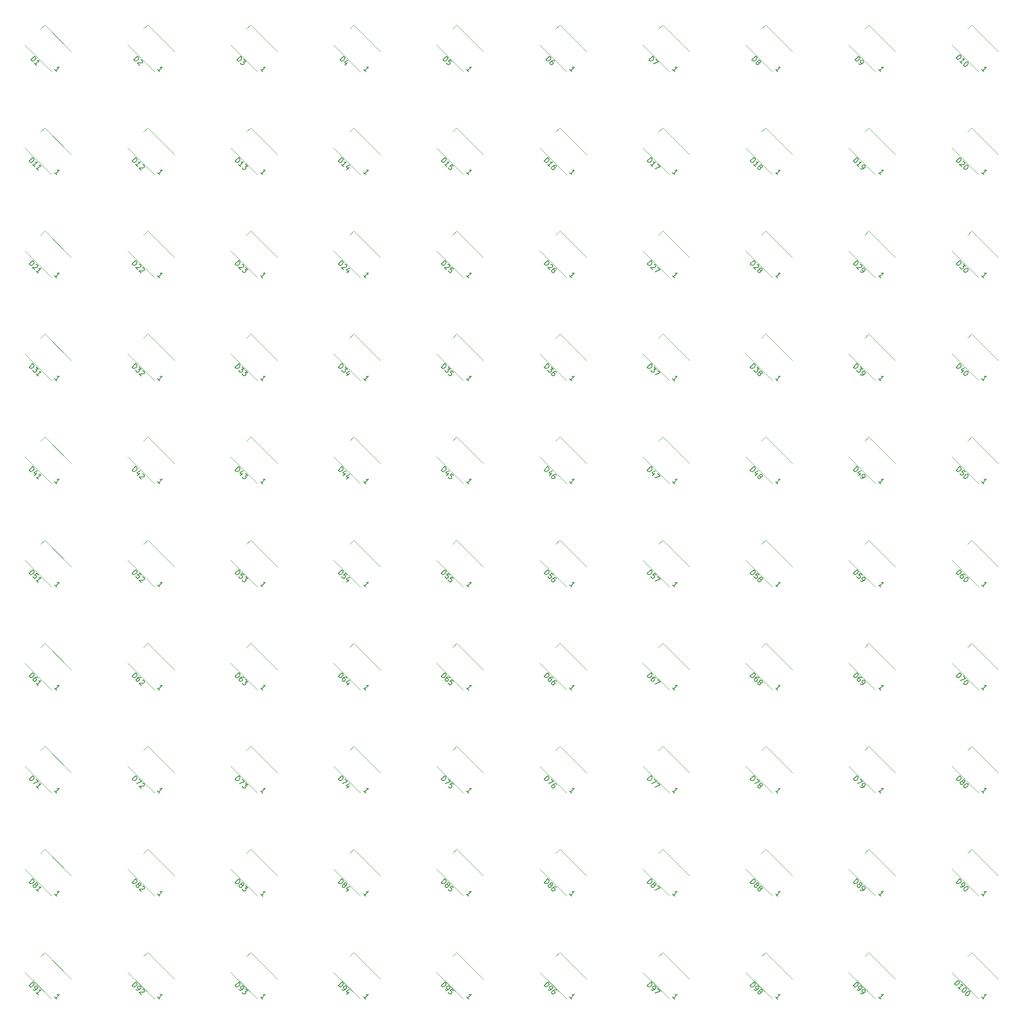
<source format=gbr>
G04 #@! TF.GenerationSoftware,KiCad,Pcbnew,5.0.0*
G04 #@! TF.CreationDate,2018-08-02T01:45:53+02:00*
G04 #@! TF.ProjectId,pentasquare,70656E74617371756172652E6B696361,rev?*
G04 #@! TF.SameCoordinates,Original*
G04 #@! TF.FileFunction,Legend,Top*
G04 #@! TF.FilePolarity,Positive*
%FSLAX46Y46*%
G04 Gerber Fmt 4.6, Leading zero omitted, Abs format (unit mm)*
G04 Created by KiCad (PCBNEW 5.0.0) date Thu Aug  2 01:45:53 2018*
%MOMM*%
%LPD*%
G01*
G04 APERTURE LIST*
%ADD10C,0.120000*%
%ADD11C,0.150000*%
G04 APERTURE END LIST*
D10*
G04 #@! TO.C,D100*
X204363604Y-200474517D02*
X203550431Y-201287689D01*
X209525483Y-205636396D02*
X204363604Y-200474517D01*
X205636396Y-209525483D02*
X200474517Y-204363604D01*
G04 #@! TO.C,D99*
X185636396Y-209525483D02*
X180474517Y-204363604D01*
X189525483Y-205636396D02*
X184363604Y-200474517D01*
X184363604Y-200474517D02*
X183550431Y-201287689D01*
G04 #@! TO.C,D98*
X164363604Y-200474517D02*
X163550431Y-201287689D01*
X169525483Y-205636396D02*
X164363604Y-200474517D01*
X165636396Y-209525483D02*
X160474517Y-204363604D01*
G04 #@! TO.C,D97*
X145636396Y-209525483D02*
X140474517Y-204363604D01*
X149525483Y-205636396D02*
X144363604Y-200474517D01*
X144363604Y-200474517D02*
X143550431Y-201287689D01*
G04 #@! TO.C,D96*
X124363604Y-200474517D02*
X123550431Y-201287689D01*
X129525483Y-205636396D02*
X124363604Y-200474517D01*
X125636396Y-209525483D02*
X120474517Y-204363604D01*
G04 #@! TO.C,D95*
X105636396Y-209525483D02*
X100474517Y-204363604D01*
X109525483Y-205636396D02*
X104363604Y-200474517D01*
X104363604Y-200474517D02*
X103550431Y-201287689D01*
G04 #@! TO.C,D94*
X84363604Y-200474517D02*
X83550431Y-201287689D01*
X89525483Y-205636396D02*
X84363604Y-200474517D01*
X85636396Y-209525483D02*
X80474517Y-204363604D01*
G04 #@! TO.C,D93*
X65636396Y-209525483D02*
X60474517Y-204363604D01*
X69525483Y-205636396D02*
X64363604Y-200474517D01*
X64363604Y-200474517D02*
X63550431Y-201287689D01*
G04 #@! TO.C,D92*
X44363604Y-200474517D02*
X43550431Y-201287689D01*
X49525483Y-205636396D02*
X44363604Y-200474517D01*
X45636396Y-209525483D02*
X40474517Y-204363604D01*
G04 #@! TO.C,D91*
X25636396Y-209525483D02*
X20474517Y-204363604D01*
X29525483Y-205636396D02*
X24363604Y-200474517D01*
X24363604Y-200474517D02*
X23550431Y-201287689D01*
G04 #@! TO.C,D90*
X204363604Y-180474517D02*
X203550431Y-181287689D01*
X209525483Y-185636396D02*
X204363604Y-180474517D01*
X205636396Y-189525483D02*
X200474517Y-184363604D01*
G04 #@! TO.C,D63*
X65636396Y-149525483D02*
X60474517Y-144363604D01*
X69525483Y-145636396D02*
X64363604Y-140474517D01*
X64363604Y-140474517D02*
X63550431Y-141287689D01*
G04 #@! TO.C,D51*
X24363604Y-120474517D02*
X23550431Y-121287689D01*
X29525483Y-125636396D02*
X24363604Y-120474517D01*
X25636396Y-129525483D02*
X20474517Y-124363604D01*
G04 #@! TO.C,D87*
X145636396Y-189525483D02*
X140474517Y-184363604D01*
X149525483Y-185636396D02*
X144363604Y-180474517D01*
X144363604Y-180474517D02*
X143550431Y-181287689D01*
G04 #@! TO.C,D86*
X124363604Y-180474517D02*
X123550431Y-181287689D01*
X129525483Y-185636396D02*
X124363604Y-180474517D01*
X125636396Y-189525483D02*
X120474517Y-184363604D01*
G04 #@! TO.C,D85*
X105636396Y-189525483D02*
X100474517Y-184363604D01*
X109525483Y-185636396D02*
X104363604Y-180474517D01*
X104363604Y-180474517D02*
X103550431Y-181287689D01*
G04 #@! TO.C,D84*
X84363604Y-180474517D02*
X83550431Y-181287689D01*
X89525483Y-185636396D02*
X84363604Y-180474517D01*
X85636396Y-189525483D02*
X80474517Y-184363604D01*
G04 #@! TO.C,D83*
X65636396Y-189525483D02*
X60474517Y-184363604D01*
X69525483Y-185636396D02*
X64363604Y-180474517D01*
X64363604Y-180474517D02*
X63550431Y-181287689D01*
G04 #@! TO.C,D82*
X44363604Y-180474517D02*
X43550431Y-181287689D01*
X49525483Y-185636396D02*
X44363604Y-180474517D01*
X45636396Y-189525483D02*
X40474517Y-184363604D01*
G04 #@! TO.C,D81*
X25636396Y-189525483D02*
X20474517Y-184363604D01*
X29525483Y-185636396D02*
X24363604Y-180474517D01*
X24363604Y-180474517D02*
X23550431Y-181287689D01*
G04 #@! TO.C,D80*
X204363604Y-160474517D02*
X203550431Y-161287689D01*
X209525483Y-165636396D02*
X204363604Y-160474517D01*
X205636396Y-169525483D02*
X200474517Y-164363604D01*
G04 #@! TO.C,D79*
X185636396Y-169525483D02*
X180474517Y-164363604D01*
X189525483Y-165636396D02*
X184363604Y-160474517D01*
X184363604Y-160474517D02*
X183550431Y-161287689D01*
G04 #@! TO.C,D78*
X164363604Y-160474517D02*
X163550431Y-161287689D01*
X169525483Y-165636396D02*
X164363604Y-160474517D01*
X165636396Y-169525483D02*
X160474517Y-164363604D01*
G04 #@! TO.C,D77*
X145636396Y-169525483D02*
X140474517Y-164363604D01*
X149525483Y-165636396D02*
X144363604Y-160474517D01*
X144363604Y-160474517D02*
X143550431Y-161287689D01*
G04 #@! TO.C,D89*
X184363604Y-180474517D02*
X183550431Y-181287689D01*
X189525483Y-185636396D02*
X184363604Y-180474517D01*
X185636396Y-189525483D02*
X180474517Y-184363604D01*
G04 #@! TO.C,D75*
X105636396Y-169525483D02*
X100474517Y-164363604D01*
X109525483Y-165636396D02*
X104363604Y-160474517D01*
X104363604Y-160474517D02*
X103550431Y-161287689D01*
G04 #@! TO.C,D74*
X84363604Y-160474517D02*
X83550431Y-161287689D01*
X89525483Y-165636396D02*
X84363604Y-160474517D01*
X85636396Y-169525483D02*
X80474517Y-164363604D01*
G04 #@! TO.C,D73*
X65636396Y-169525483D02*
X60474517Y-164363604D01*
X69525483Y-165636396D02*
X64363604Y-160474517D01*
X64363604Y-160474517D02*
X63550431Y-161287689D01*
G04 #@! TO.C,D72*
X44363604Y-160474517D02*
X43550431Y-161287689D01*
X49525483Y-165636396D02*
X44363604Y-160474517D01*
X45636396Y-169525483D02*
X40474517Y-164363604D01*
G04 #@! TO.C,D71*
X25636396Y-169525483D02*
X20474517Y-164363604D01*
X29525483Y-165636396D02*
X24363604Y-160474517D01*
X24363604Y-160474517D02*
X23550431Y-161287689D01*
G04 #@! TO.C,D70*
X204363604Y-140474517D02*
X203550431Y-141287689D01*
X209525483Y-145636396D02*
X204363604Y-140474517D01*
X205636396Y-149525483D02*
X200474517Y-144363604D01*
G04 #@! TO.C,D69*
X185636396Y-149525483D02*
X180474517Y-144363604D01*
X189525483Y-145636396D02*
X184363604Y-140474517D01*
X184363604Y-140474517D02*
X183550431Y-141287689D01*
G04 #@! TO.C,D68*
X164363604Y-140474517D02*
X163550431Y-141287689D01*
X169525483Y-145636396D02*
X164363604Y-140474517D01*
X165636396Y-149525483D02*
X160474517Y-144363604D01*
G04 #@! TO.C,D67*
X145636396Y-149525483D02*
X140474517Y-144363604D01*
X149525483Y-145636396D02*
X144363604Y-140474517D01*
X144363604Y-140474517D02*
X143550431Y-141287689D01*
G04 #@! TO.C,D66*
X124363604Y-140474517D02*
X123550431Y-141287689D01*
X129525483Y-145636396D02*
X124363604Y-140474517D01*
X125636396Y-149525483D02*
X120474517Y-144363604D01*
G04 #@! TO.C,D65*
X105636396Y-149525483D02*
X100474517Y-144363604D01*
X109525483Y-145636396D02*
X104363604Y-140474517D01*
X104363604Y-140474517D02*
X103550431Y-141287689D01*
G04 #@! TO.C,D88*
X164363604Y-180474517D02*
X163550431Y-181287689D01*
X169525483Y-185636396D02*
X164363604Y-180474517D01*
X165636396Y-189525483D02*
X160474517Y-184363604D01*
G04 #@! TO.C,D76*
X125636396Y-169525483D02*
X120474517Y-164363604D01*
X129525483Y-165636396D02*
X124363604Y-160474517D01*
X124363604Y-160474517D02*
X123550431Y-161287689D01*
G04 #@! TO.C,D62*
X44363604Y-140474517D02*
X43550431Y-141287689D01*
X49525483Y-145636396D02*
X44363604Y-140474517D01*
X45636396Y-149525483D02*
X40474517Y-144363604D01*
G04 #@! TO.C,D61*
X25636396Y-149525483D02*
X20474517Y-144363604D01*
X29525483Y-145636396D02*
X24363604Y-140474517D01*
X24363604Y-140474517D02*
X23550431Y-141287689D01*
G04 #@! TO.C,D60*
X204363604Y-120474517D02*
X203550431Y-121287689D01*
X209525483Y-125636396D02*
X204363604Y-120474517D01*
X205636396Y-129525483D02*
X200474517Y-124363604D01*
G04 #@! TO.C,D59*
X185636396Y-129525483D02*
X180474517Y-124363604D01*
X189525483Y-125636396D02*
X184363604Y-120474517D01*
X184363604Y-120474517D02*
X183550431Y-121287689D01*
G04 #@! TO.C,D58*
X164363604Y-120474517D02*
X163550431Y-121287689D01*
X169525483Y-125636396D02*
X164363604Y-120474517D01*
X165636396Y-129525483D02*
X160474517Y-124363604D01*
G04 #@! TO.C,D57*
X145636396Y-129525483D02*
X140474517Y-124363604D01*
X149525483Y-125636396D02*
X144363604Y-120474517D01*
X144363604Y-120474517D02*
X143550431Y-121287689D01*
G04 #@! TO.C,D56*
X124363604Y-120474517D02*
X123550431Y-121287689D01*
X129525483Y-125636396D02*
X124363604Y-120474517D01*
X125636396Y-129525483D02*
X120474517Y-124363604D01*
G04 #@! TO.C,D55*
X105636396Y-129525483D02*
X100474517Y-124363604D01*
X109525483Y-125636396D02*
X104363604Y-120474517D01*
X104363604Y-120474517D02*
X103550431Y-121287689D01*
G04 #@! TO.C,D54*
X84363604Y-120474517D02*
X83550431Y-121287689D01*
X89525483Y-125636396D02*
X84363604Y-120474517D01*
X85636396Y-129525483D02*
X80474517Y-124363604D01*
G04 #@! TO.C,D53*
X65636396Y-129525483D02*
X60474517Y-124363604D01*
X69525483Y-125636396D02*
X64363604Y-120474517D01*
X64363604Y-120474517D02*
X63550431Y-121287689D01*
G04 #@! TO.C,D52*
X44363604Y-120474517D02*
X43550431Y-121287689D01*
X49525483Y-125636396D02*
X44363604Y-120474517D01*
X45636396Y-129525483D02*
X40474517Y-124363604D01*
G04 #@! TO.C,D64*
X85636396Y-149525483D02*
X80474517Y-144363604D01*
X89525483Y-145636396D02*
X84363604Y-140474517D01*
X84363604Y-140474517D02*
X83550431Y-141287689D01*
G04 #@! TO.C,D50*
X204363604Y-100474517D02*
X203550431Y-101287689D01*
X209525483Y-105636396D02*
X204363604Y-100474517D01*
X205636396Y-109525483D02*
X200474517Y-104363604D01*
G04 #@! TO.C,D49*
X185636396Y-109525483D02*
X180474517Y-104363604D01*
X189525483Y-105636396D02*
X184363604Y-100474517D01*
X184363604Y-100474517D02*
X183550431Y-101287689D01*
G04 #@! TO.C,D48*
X164363604Y-100474517D02*
X163550431Y-101287689D01*
X169525483Y-105636396D02*
X164363604Y-100474517D01*
X165636396Y-109525483D02*
X160474517Y-104363604D01*
G04 #@! TO.C,D47*
X145636396Y-109525483D02*
X140474517Y-104363604D01*
X149525483Y-105636396D02*
X144363604Y-100474517D01*
X144363604Y-100474517D02*
X143550431Y-101287689D01*
G04 #@! TO.C,D46*
X124363604Y-100474517D02*
X123550431Y-101287689D01*
X129525483Y-105636396D02*
X124363604Y-100474517D01*
X125636396Y-109525483D02*
X120474517Y-104363604D01*
G04 #@! TO.C,D45*
X105636396Y-109525483D02*
X100474517Y-104363604D01*
X109525483Y-105636396D02*
X104363604Y-100474517D01*
X104363604Y-100474517D02*
X103550431Y-101287689D01*
G04 #@! TO.C,D44*
X84363604Y-100474517D02*
X83550431Y-101287689D01*
X89525483Y-105636396D02*
X84363604Y-100474517D01*
X85636396Y-109525483D02*
X80474517Y-104363604D01*
G04 #@! TO.C,D43*
X65636396Y-109525483D02*
X60474517Y-104363604D01*
X69525483Y-105636396D02*
X64363604Y-100474517D01*
X64363604Y-100474517D02*
X63550431Y-101287689D01*
G04 #@! TO.C,D42*
X44363604Y-100474517D02*
X43550431Y-101287689D01*
X49525483Y-105636396D02*
X44363604Y-100474517D01*
X45636396Y-109525483D02*
X40474517Y-104363604D01*
G04 #@! TO.C,D41*
X25636396Y-109525483D02*
X20474517Y-104363604D01*
X29525483Y-105636396D02*
X24363604Y-100474517D01*
X24363604Y-100474517D02*
X23550431Y-101287689D01*
G04 #@! TO.C,D40*
X204363604Y-80474517D02*
X203550431Y-81287689D01*
X209525483Y-85636396D02*
X204363604Y-80474517D01*
X205636396Y-89525483D02*
X200474517Y-84363604D01*
G04 #@! TO.C,D13*
X65636396Y-49525483D02*
X60474517Y-44363604D01*
X69525483Y-45636396D02*
X64363604Y-40474517D01*
X64363604Y-40474517D02*
X63550431Y-41287689D01*
G04 #@! TO.C,D1*
X24363604Y-20474517D02*
X23550431Y-21287689D01*
X29525483Y-25636396D02*
X24363604Y-20474517D01*
X25636396Y-29525483D02*
X20474517Y-24363604D01*
G04 #@! TO.C,D37*
X145636396Y-89525483D02*
X140474517Y-84363604D01*
X149525483Y-85636396D02*
X144363604Y-80474517D01*
X144363604Y-80474517D02*
X143550431Y-81287689D01*
G04 #@! TO.C,D36*
X124363604Y-80474517D02*
X123550431Y-81287689D01*
X129525483Y-85636396D02*
X124363604Y-80474517D01*
X125636396Y-89525483D02*
X120474517Y-84363604D01*
G04 #@! TO.C,D35*
X105636396Y-89525483D02*
X100474517Y-84363604D01*
X109525483Y-85636396D02*
X104363604Y-80474517D01*
X104363604Y-80474517D02*
X103550431Y-81287689D01*
G04 #@! TO.C,D34*
X84363604Y-80474517D02*
X83550431Y-81287689D01*
X89525483Y-85636396D02*
X84363604Y-80474517D01*
X85636396Y-89525483D02*
X80474517Y-84363604D01*
G04 #@! TO.C,D33*
X65636396Y-89525483D02*
X60474517Y-84363604D01*
X69525483Y-85636396D02*
X64363604Y-80474517D01*
X64363604Y-80474517D02*
X63550431Y-81287689D01*
G04 #@! TO.C,D32*
X44363604Y-80474517D02*
X43550431Y-81287689D01*
X49525483Y-85636396D02*
X44363604Y-80474517D01*
X45636396Y-89525483D02*
X40474517Y-84363604D01*
G04 #@! TO.C,D31*
X25636396Y-89525483D02*
X20474517Y-84363604D01*
X29525483Y-85636396D02*
X24363604Y-80474517D01*
X24363604Y-80474517D02*
X23550431Y-81287689D01*
G04 #@! TO.C,D30*
X204363604Y-60474517D02*
X203550431Y-61287689D01*
X209525483Y-65636396D02*
X204363604Y-60474517D01*
X205636396Y-69525483D02*
X200474517Y-64363604D01*
G04 #@! TO.C,D29*
X185636396Y-69525483D02*
X180474517Y-64363604D01*
X189525483Y-65636396D02*
X184363604Y-60474517D01*
X184363604Y-60474517D02*
X183550431Y-61287689D01*
G04 #@! TO.C,D28*
X164363604Y-60474517D02*
X163550431Y-61287689D01*
X169525483Y-65636396D02*
X164363604Y-60474517D01*
X165636396Y-69525483D02*
X160474517Y-64363604D01*
G04 #@! TO.C,D27*
X145636396Y-69525483D02*
X140474517Y-64363604D01*
X149525483Y-65636396D02*
X144363604Y-60474517D01*
X144363604Y-60474517D02*
X143550431Y-61287689D01*
G04 #@! TO.C,D39*
X184363604Y-80474517D02*
X183550431Y-81287689D01*
X189525483Y-85636396D02*
X184363604Y-80474517D01*
X185636396Y-89525483D02*
X180474517Y-84363604D01*
G04 #@! TO.C,D25*
X105636396Y-69525483D02*
X100474517Y-64363604D01*
X109525483Y-65636396D02*
X104363604Y-60474517D01*
X104363604Y-60474517D02*
X103550431Y-61287689D01*
G04 #@! TO.C,D24*
X84363604Y-60474517D02*
X83550431Y-61287689D01*
X89525483Y-65636396D02*
X84363604Y-60474517D01*
X85636396Y-69525483D02*
X80474517Y-64363604D01*
G04 #@! TO.C,D23*
X65636396Y-69525483D02*
X60474517Y-64363604D01*
X69525483Y-65636396D02*
X64363604Y-60474517D01*
X64363604Y-60474517D02*
X63550431Y-61287689D01*
G04 #@! TO.C,D22*
X44363604Y-60474517D02*
X43550431Y-61287689D01*
X49525483Y-65636396D02*
X44363604Y-60474517D01*
X45636396Y-69525483D02*
X40474517Y-64363604D01*
G04 #@! TO.C,D21*
X25636396Y-69525483D02*
X20474517Y-64363604D01*
X29525483Y-65636396D02*
X24363604Y-60474517D01*
X24363604Y-60474517D02*
X23550431Y-61287689D01*
G04 #@! TO.C,D20*
X204363604Y-40474517D02*
X203550431Y-41287689D01*
X209525483Y-45636396D02*
X204363604Y-40474517D01*
X205636396Y-49525483D02*
X200474517Y-44363604D01*
G04 #@! TO.C,D19*
X185636396Y-49525483D02*
X180474517Y-44363604D01*
X189525483Y-45636396D02*
X184363604Y-40474517D01*
X184363604Y-40474517D02*
X183550431Y-41287689D01*
G04 #@! TO.C,D18*
X164363604Y-40474517D02*
X163550431Y-41287689D01*
X169525483Y-45636396D02*
X164363604Y-40474517D01*
X165636396Y-49525483D02*
X160474517Y-44363604D01*
G04 #@! TO.C,D17*
X145636396Y-49525483D02*
X140474517Y-44363604D01*
X149525483Y-45636396D02*
X144363604Y-40474517D01*
X144363604Y-40474517D02*
X143550431Y-41287689D01*
G04 #@! TO.C,D16*
X124363604Y-40474517D02*
X123550431Y-41287689D01*
X129525483Y-45636396D02*
X124363604Y-40474517D01*
X125636396Y-49525483D02*
X120474517Y-44363604D01*
G04 #@! TO.C,D15*
X105636396Y-49525483D02*
X100474517Y-44363604D01*
X109525483Y-45636396D02*
X104363604Y-40474517D01*
X104363604Y-40474517D02*
X103550431Y-41287689D01*
G04 #@! TO.C,D38*
X164363604Y-80474517D02*
X163550431Y-81287689D01*
X169525483Y-85636396D02*
X164363604Y-80474517D01*
X165636396Y-89525483D02*
X160474517Y-84363604D01*
G04 #@! TO.C,D26*
X125636396Y-69525483D02*
X120474517Y-64363604D01*
X129525483Y-65636396D02*
X124363604Y-60474517D01*
X124363604Y-60474517D02*
X123550431Y-61287689D01*
G04 #@! TO.C,D12*
X44363604Y-40474517D02*
X43550431Y-41287689D01*
X49525483Y-45636396D02*
X44363604Y-40474517D01*
X45636396Y-49525483D02*
X40474517Y-44363604D01*
G04 #@! TO.C,D11*
X25636396Y-49525483D02*
X20474517Y-44363604D01*
X29525483Y-45636396D02*
X24363604Y-40474517D01*
X24363604Y-40474517D02*
X23550431Y-41287689D01*
G04 #@! TO.C,D10*
X204363604Y-20474517D02*
X203550431Y-21287689D01*
X209525483Y-25636396D02*
X204363604Y-20474517D01*
X205636396Y-29525483D02*
X200474517Y-24363604D01*
G04 #@! TO.C,D9*
X185636396Y-29525483D02*
X180474517Y-24363604D01*
X189525483Y-25636396D02*
X184363604Y-20474517D01*
X184363604Y-20474517D02*
X183550431Y-21287689D01*
G04 #@! TO.C,D8*
X164363604Y-20474517D02*
X163550431Y-21287689D01*
X169525483Y-25636396D02*
X164363604Y-20474517D01*
X165636396Y-29525483D02*
X160474517Y-24363604D01*
G04 #@! TO.C,D7*
X145636396Y-29525483D02*
X140474517Y-24363604D01*
X149525483Y-25636396D02*
X144363604Y-20474517D01*
X144363604Y-20474517D02*
X143550431Y-21287689D01*
G04 #@! TO.C,D6*
X124363604Y-20474517D02*
X123550431Y-21287689D01*
X129525483Y-25636396D02*
X124363604Y-20474517D01*
X125636396Y-29525483D02*
X120474517Y-24363604D01*
G04 #@! TO.C,D5*
X105636396Y-29525483D02*
X100474517Y-24363604D01*
X109525483Y-25636396D02*
X104363604Y-20474517D01*
X104363604Y-20474517D02*
X103550431Y-21287689D01*
G04 #@! TO.C,D4*
X84363604Y-20474517D02*
X83550431Y-21287689D01*
X89525483Y-25636396D02*
X84363604Y-20474517D01*
X85636396Y-29525483D02*
X80474517Y-24363604D01*
G04 #@! TO.C,D3*
X65636396Y-29525483D02*
X60474517Y-24363604D01*
X69525483Y-25636396D02*
X64363604Y-20474517D01*
X64363604Y-20474517D02*
X63550431Y-21287689D01*
G04 #@! TO.C,D2*
X44363604Y-20474517D02*
X43550431Y-21287689D01*
X49525483Y-25636396D02*
X44363604Y-20474517D01*
X45636396Y-29525483D02*
X40474517Y-24363604D01*
G04 #@! TO.C,D14*
X85636396Y-49525483D02*
X80474517Y-44363604D01*
X89525483Y-45636396D02*
X84363604Y-40474517D01*
X84363604Y-40474517D02*
X83550431Y-41287689D01*
G04 #@! TO.C,D100*
D11*
X201009897Y-206599408D02*
X201717003Y-205892301D01*
X201885362Y-206060660D01*
X201952706Y-206195347D01*
X201952706Y-206330034D01*
X201919034Y-206431049D01*
X201818019Y-206599408D01*
X201717003Y-206700423D01*
X201548645Y-206801438D01*
X201447629Y-206835110D01*
X201312942Y-206835110D01*
X201178255Y-206767767D01*
X201009897Y-206599408D01*
X202087393Y-207676904D02*
X201683332Y-207272843D01*
X201885362Y-207474874D02*
X202592469Y-206767767D01*
X202424110Y-206801438D01*
X202289423Y-206801438D01*
X202188408Y-206767767D01*
X203232232Y-207407530D02*
X203299576Y-207474874D01*
X203333248Y-207575889D01*
X203333248Y-207643232D01*
X203299576Y-207744248D01*
X203198561Y-207912606D01*
X203030202Y-208080965D01*
X202861843Y-208181980D01*
X202760828Y-208215652D01*
X202693484Y-208215652D01*
X202592469Y-208181980D01*
X202525126Y-208114637D01*
X202491454Y-208013622D01*
X202491454Y-207946278D01*
X202525125Y-207845263D01*
X202626141Y-207676904D01*
X202794500Y-207508545D01*
X202962858Y-207407530D01*
X203063874Y-207373858D01*
X203131217Y-207373858D01*
X203232232Y-207407530D01*
X203905667Y-208080965D02*
X203973011Y-208148309D01*
X204006683Y-208249324D01*
X204006683Y-208316667D01*
X203973011Y-208417683D01*
X203871996Y-208586041D01*
X203703637Y-208754400D01*
X203535278Y-208855415D01*
X203434263Y-208889087D01*
X203366919Y-208889087D01*
X203265904Y-208855415D01*
X203198561Y-208788072D01*
X203164889Y-208687057D01*
X203164889Y-208619713D01*
X203198561Y-208518698D01*
X203299576Y-208350339D01*
X203467935Y-208181980D01*
X203636293Y-208080965D01*
X203737309Y-208047293D01*
X203804652Y-208047293D01*
X203905667Y-208080965D01*
X206685270Y-209587776D02*
X206281209Y-209183715D01*
X206483240Y-209385745D02*
X207190347Y-208678638D01*
X207021988Y-208712310D01*
X206887301Y-208712310D01*
X206786286Y-208678638D01*
G04 #@! TO.C,D99*
X181346614Y-206936125D02*
X182053721Y-206229019D01*
X182222080Y-206397377D01*
X182289423Y-206532064D01*
X182289423Y-206666751D01*
X182255751Y-206767767D01*
X182154736Y-206936125D01*
X182053721Y-207037141D01*
X181885362Y-207138156D01*
X181784347Y-207171828D01*
X181649660Y-207171828D01*
X181514973Y-207104484D01*
X181346614Y-206936125D01*
X182087393Y-207676904D02*
X182222080Y-207811591D01*
X182323095Y-207845263D01*
X182390438Y-207845263D01*
X182558797Y-207811591D01*
X182727156Y-207710576D01*
X182996530Y-207441202D01*
X183030202Y-207340186D01*
X183030202Y-207272843D01*
X182996530Y-207171828D01*
X182861843Y-207037141D01*
X182760828Y-207003469D01*
X182693484Y-207003469D01*
X182592469Y-207037141D01*
X182424110Y-207205499D01*
X182390438Y-207306515D01*
X182390438Y-207373858D01*
X182424110Y-207474874D01*
X182558797Y-207609561D01*
X182659813Y-207643232D01*
X182727156Y-207643232D01*
X182828171Y-207609561D01*
X182760828Y-208350339D02*
X182895515Y-208485026D01*
X182996530Y-208518698D01*
X183063874Y-208518698D01*
X183232232Y-208485026D01*
X183400591Y-208384011D01*
X183669965Y-208114637D01*
X183703637Y-208013622D01*
X183703637Y-207946278D01*
X183669965Y-207845263D01*
X183535278Y-207710576D01*
X183434263Y-207676904D01*
X183366919Y-207676904D01*
X183265904Y-207710576D01*
X183097545Y-207878935D01*
X183063874Y-207979950D01*
X183063874Y-208047293D01*
X183097545Y-208148309D01*
X183232232Y-208282996D01*
X183333248Y-208316667D01*
X183400591Y-208316667D01*
X183501606Y-208282996D01*
X186685270Y-209587776D02*
X186281209Y-209183715D01*
X186483240Y-209385745D02*
X187190347Y-208678638D01*
X187021988Y-208712310D01*
X186887301Y-208712310D01*
X186786286Y-208678638D01*
G04 #@! TO.C,D98*
X161346614Y-206936125D02*
X162053721Y-206229019D01*
X162222080Y-206397377D01*
X162289423Y-206532064D01*
X162289423Y-206666751D01*
X162255751Y-206767767D01*
X162154736Y-206936125D01*
X162053721Y-207037141D01*
X161885362Y-207138156D01*
X161784347Y-207171828D01*
X161649660Y-207171828D01*
X161514973Y-207104484D01*
X161346614Y-206936125D01*
X162087393Y-207676904D02*
X162222080Y-207811591D01*
X162323095Y-207845263D01*
X162390438Y-207845263D01*
X162558797Y-207811591D01*
X162727156Y-207710576D01*
X162996530Y-207441202D01*
X163030202Y-207340186D01*
X163030202Y-207272843D01*
X162996530Y-207171828D01*
X162861843Y-207037141D01*
X162760828Y-207003469D01*
X162693484Y-207003469D01*
X162592469Y-207037141D01*
X162424110Y-207205499D01*
X162390438Y-207306515D01*
X162390438Y-207373858D01*
X162424110Y-207474874D01*
X162558797Y-207609561D01*
X162659813Y-207643232D01*
X162727156Y-207643232D01*
X162828171Y-207609561D01*
X163232232Y-208013622D02*
X163198561Y-207912606D01*
X163198561Y-207845263D01*
X163232232Y-207744248D01*
X163265904Y-207710576D01*
X163366919Y-207676904D01*
X163434263Y-207676904D01*
X163535278Y-207710576D01*
X163669965Y-207845263D01*
X163703637Y-207946278D01*
X163703637Y-208013622D01*
X163669965Y-208114637D01*
X163636293Y-208148309D01*
X163535278Y-208181980D01*
X163467935Y-208181980D01*
X163366919Y-208148309D01*
X163232232Y-208013622D01*
X163131217Y-207979950D01*
X163063874Y-207979950D01*
X162962858Y-208013622D01*
X162828171Y-208148309D01*
X162794500Y-208249324D01*
X162794500Y-208316667D01*
X162828171Y-208417683D01*
X162962858Y-208552370D01*
X163063874Y-208586041D01*
X163131217Y-208586041D01*
X163232232Y-208552370D01*
X163366919Y-208417683D01*
X163400591Y-208316667D01*
X163400591Y-208249324D01*
X163366919Y-208148309D01*
X166685270Y-209587776D02*
X166281209Y-209183715D01*
X166483240Y-209385745D02*
X167190347Y-208678638D01*
X167021988Y-208712310D01*
X166887301Y-208712310D01*
X166786286Y-208678638D01*
G04 #@! TO.C,D97*
X141346614Y-206936125D02*
X142053721Y-206229019D01*
X142222080Y-206397377D01*
X142289423Y-206532064D01*
X142289423Y-206666751D01*
X142255751Y-206767767D01*
X142154736Y-206936125D01*
X142053721Y-207037141D01*
X141885362Y-207138156D01*
X141784347Y-207171828D01*
X141649660Y-207171828D01*
X141514973Y-207104484D01*
X141346614Y-206936125D01*
X142087393Y-207676904D02*
X142222080Y-207811591D01*
X142323095Y-207845263D01*
X142390438Y-207845263D01*
X142558797Y-207811591D01*
X142727156Y-207710576D01*
X142996530Y-207441202D01*
X143030202Y-207340186D01*
X143030202Y-207272843D01*
X142996530Y-207171828D01*
X142861843Y-207037141D01*
X142760828Y-207003469D01*
X142693484Y-207003469D01*
X142592469Y-207037141D01*
X142424110Y-207205499D01*
X142390438Y-207306515D01*
X142390438Y-207373858D01*
X142424110Y-207474874D01*
X142558797Y-207609561D01*
X142659813Y-207643232D01*
X142727156Y-207643232D01*
X142828171Y-207609561D01*
X143366919Y-207542217D02*
X143838324Y-208013622D01*
X142828171Y-208417683D01*
X146685270Y-209587776D02*
X146281209Y-209183715D01*
X146483240Y-209385745D02*
X147190347Y-208678638D01*
X147021988Y-208712310D01*
X146887301Y-208712310D01*
X146786286Y-208678638D01*
G04 #@! TO.C,D96*
X121346614Y-206936125D02*
X122053721Y-206229019D01*
X122222080Y-206397377D01*
X122289423Y-206532064D01*
X122289423Y-206666751D01*
X122255751Y-206767767D01*
X122154736Y-206936125D01*
X122053721Y-207037141D01*
X121885362Y-207138156D01*
X121784347Y-207171828D01*
X121649660Y-207171828D01*
X121514973Y-207104484D01*
X121346614Y-206936125D01*
X122087393Y-207676904D02*
X122222080Y-207811591D01*
X122323095Y-207845263D01*
X122390438Y-207845263D01*
X122558797Y-207811591D01*
X122727156Y-207710576D01*
X122996530Y-207441202D01*
X123030202Y-207340186D01*
X123030202Y-207272843D01*
X122996530Y-207171828D01*
X122861843Y-207037141D01*
X122760828Y-207003469D01*
X122693484Y-207003469D01*
X122592469Y-207037141D01*
X122424110Y-207205499D01*
X122390438Y-207306515D01*
X122390438Y-207373858D01*
X122424110Y-207474874D01*
X122558797Y-207609561D01*
X122659813Y-207643232D01*
X122727156Y-207643232D01*
X122828171Y-207609561D01*
X123737309Y-207912606D02*
X123602622Y-207777919D01*
X123501606Y-207744248D01*
X123434263Y-207744248D01*
X123265904Y-207777919D01*
X123097545Y-207878935D01*
X122828171Y-208148309D01*
X122794500Y-208249324D01*
X122794500Y-208316667D01*
X122828171Y-208417683D01*
X122962858Y-208552370D01*
X123063874Y-208586041D01*
X123131217Y-208586041D01*
X123232232Y-208552370D01*
X123400591Y-208384011D01*
X123434263Y-208282996D01*
X123434263Y-208215652D01*
X123400591Y-208114637D01*
X123265904Y-207979950D01*
X123164889Y-207946278D01*
X123097545Y-207946278D01*
X122996530Y-207979950D01*
X126685270Y-209587776D02*
X126281209Y-209183715D01*
X126483240Y-209385745D02*
X127190347Y-208678638D01*
X127021988Y-208712310D01*
X126887301Y-208712310D01*
X126786286Y-208678638D01*
G04 #@! TO.C,D95*
X101346614Y-206936125D02*
X102053721Y-206229019D01*
X102222080Y-206397377D01*
X102289423Y-206532064D01*
X102289423Y-206666751D01*
X102255751Y-206767767D01*
X102154736Y-206936125D01*
X102053721Y-207037141D01*
X101885362Y-207138156D01*
X101784347Y-207171828D01*
X101649660Y-207171828D01*
X101514973Y-207104484D01*
X101346614Y-206936125D01*
X102087393Y-207676904D02*
X102222080Y-207811591D01*
X102323095Y-207845263D01*
X102390438Y-207845263D01*
X102558797Y-207811591D01*
X102727156Y-207710576D01*
X102996530Y-207441202D01*
X103030202Y-207340186D01*
X103030202Y-207272843D01*
X102996530Y-207171828D01*
X102861843Y-207037141D01*
X102760828Y-207003469D01*
X102693484Y-207003469D01*
X102592469Y-207037141D01*
X102424110Y-207205499D01*
X102390438Y-207306515D01*
X102390438Y-207373858D01*
X102424110Y-207474874D01*
X102558797Y-207609561D01*
X102659813Y-207643232D01*
X102727156Y-207643232D01*
X102828171Y-207609561D01*
X103770980Y-207946278D02*
X103434263Y-207609561D01*
X103063874Y-207912606D01*
X103131217Y-207912606D01*
X103232232Y-207946278D01*
X103400591Y-208114637D01*
X103434263Y-208215652D01*
X103434263Y-208282996D01*
X103400591Y-208384011D01*
X103232232Y-208552370D01*
X103131217Y-208586041D01*
X103063874Y-208586041D01*
X102962858Y-208552370D01*
X102794500Y-208384011D01*
X102760828Y-208282996D01*
X102760828Y-208215652D01*
X106685270Y-209587776D02*
X106281209Y-209183715D01*
X106483240Y-209385745D02*
X107190347Y-208678638D01*
X107021988Y-208712310D01*
X106887301Y-208712310D01*
X106786286Y-208678638D01*
G04 #@! TO.C,D94*
X81346614Y-206936125D02*
X82053721Y-206229019D01*
X82222080Y-206397377D01*
X82289423Y-206532064D01*
X82289423Y-206666751D01*
X82255751Y-206767767D01*
X82154736Y-206936125D01*
X82053721Y-207037141D01*
X81885362Y-207138156D01*
X81784347Y-207171828D01*
X81649660Y-207171828D01*
X81514973Y-207104484D01*
X81346614Y-206936125D01*
X82087393Y-207676904D02*
X82222080Y-207811591D01*
X82323095Y-207845263D01*
X82390438Y-207845263D01*
X82558797Y-207811591D01*
X82727156Y-207710576D01*
X82996530Y-207441202D01*
X83030202Y-207340186D01*
X83030202Y-207272843D01*
X82996530Y-207171828D01*
X82861843Y-207037141D01*
X82760828Y-207003469D01*
X82693484Y-207003469D01*
X82592469Y-207037141D01*
X82424110Y-207205499D01*
X82390438Y-207306515D01*
X82390438Y-207373858D01*
X82424110Y-207474874D01*
X82558797Y-207609561D01*
X82659813Y-207643232D01*
X82727156Y-207643232D01*
X82828171Y-207609561D01*
X83501606Y-208148309D02*
X83030202Y-208619713D01*
X83602622Y-207710576D02*
X82929187Y-208047293D01*
X83366919Y-208485026D01*
X86685270Y-209587776D02*
X86281209Y-209183715D01*
X86483240Y-209385745D02*
X87190347Y-208678638D01*
X87021988Y-208712310D01*
X86887301Y-208712310D01*
X86786286Y-208678638D01*
G04 #@! TO.C,D93*
X61346614Y-206936125D02*
X62053721Y-206229019D01*
X62222080Y-206397377D01*
X62289423Y-206532064D01*
X62289423Y-206666751D01*
X62255751Y-206767767D01*
X62154736Y-206936125D01*
X62053721Y-207037141D01*
X61885362Y-207138156D01*
X61784347Y-207171828D01*
X61649660Y-207171828D01*
X61514973Y-207104484D01*
X61346614Y-206936125D01*
X62087393Y-207676904D02*
X62222080Y-207811591D01*
X62323095Y-207845263D01*
X62390438Y-207845263D01*
X62558797Y-207811591D01*
X62727156Y-207710576D01*
X62996530Y-207441202D01*
X63030202Y-207340186D01*
X63030202Y-207272843D01*
X62996530Y-207171828D01*
X62861843Y-207037141D01*
X62760828Y-207003469D01*
X62693484Y-207003469D01*
X62592469Y-207037141D01*
X62424110Y-207205499D01*
X62390438Y-207306515D01*
X62390438Y-207373858D01*
X62424110Y-207474874D01*
X62558797Y-207609561D01*
X62659813Y-207643232D01*
X62727156Y-207643232D01*
X62828171Y-207609561D01*
X63366919Y-207542217D02*
X63804652Y-207979950D01*
X63299576Y-208013622D01*
X63400591Y-208114637D01*
X63434263Y-208215652D01*
X63434263Y-208282996D01*
X63400591Y-208384011D01*
X63232232Y-208552370D01*
X63131217Y-208586041D01*
X63063874Y-208586041D01*
X62962858Y-208552370D01*
X62760828Y-208350339D01*
X62727156Y-208249324D01*
X62727156Y-208181980D01*
X66685270Y-209587776D02*
X66281209Y-209183715D01*
X66483240Y-209385745D02*
X67190347Y-208678638D01*
X67021988Y-208712310D01*
X66887301Y-208712310D01*
X66786286Y-208678638D01*
G04 #@! TO.C,D92*
X41346614Y-206936125D02*
X42053721Y-206229019D01*
X42222080Y-206397377D01*
X42289423Y-206532064D01*
X42289423Y-206666751D01*
X42255751Y-206767767D01*
X42154736Y-206936125D01*
X42053721Y-207037141D01*
X41885362Y-207138156D01*
X41784347Y-207171828D01*
X41649660Y-207171828D01*
X41514973Y-207104484D01*
X41346614Y-206936125D01*
X42087393Y-207676904D02*
X42222080Y-207811591D01*
X42323095Y-207845263D01*
X42390438Y-207845263D01*
X42558797Y-207811591D01*
X42727156Y-207710576D01*
X42996530Y-207441202D01*
X43030202Y-207340186D01*
X43030202Y-207272843D01*
X42996530Y-207171828D01*
X42861843Y-207037141D01*
X42760828Y-207003469D01*
X42693484Y-207003469D01*
X42592469Y-207037141D01*
X42424110Y-207205499D01*
X42390438Y-207306515D01*
X42390438Y-207373858D01*
X42424110Y-207474874D01*
X42558797Y-207609561D01*
X42659813Y-207643232D01*
X42727156Y-207643232D01*
X42828171Y-207609561D01*
X43333248Y-207643232D02*
X43400591Y-207643232D01*
X43501606Y-207676904D01*
X43669965Y-207845263D01*
X43703637Y-207946278D01*
X43703637Y-208013622D01*
X43669965Y-208114637D01*
X43602622Y-208181980D01*
X43467935Y-208249324D01*
X42659813Y-208249324D01*
X43097545Y-208687057D01*
X46685270Y-209587776D02*
X46281209Y-209183715D01*
X46483240Y-209385745D02*
X47190347Y-208678638D01*
X47021988Y-208712310D01*
X46887301Y-208712310D01*
X46786286Y-208678638D01*
G04 #@! TO.C,D91*
X21346614Y-206936125D02*
X22053721Y-206229019D01*
X22222080Y-206397377D01*
X22289423Y-206532064D01*
X22289423Y-206666751D01*
X22255751Y-206767767D01*
X22154736Y-206936125D01*
X22053721Y-207037141D01*
X21885362Y-207138156D01*
X21784347Y-207171828D01*
X21649660Y-207171828D01*
X21514973Y-207104484D01*
X21346614Y-206936125D01*
X22087393Y-207676904D02*
X22222080Y-207811591D01*
X22323095Y-207845263D01*
X22390438Y-207845263D01*
X22558797Y-207811591D01*
X22727156Y-207710576D01*
X22996530Y-207441202D01*
X23030202Y-207340186D01*
X23030202Y-207272843D01*
X22996530Y-207171828D01*
X22861843Y-207037141D01*
X22760828Y-207003469D01*
X22693484Y-207003469D01*
X22592469Y-207037141D01*
X22424110Y-207205499D01*
X22390438Y-207306515D01*
X22390438Y-207373858D01*
X22424110Y-207474874D01*
X22558797Y-207609561D01*
X22659813Y-207643232D01*
X22727156Y-207643232D01*
X22828171Y-207609561D01*
X23097545Y-208687057D02*
X22693484Y-208282996D01*
X22895515Y-208485026D02*
X23602622Y-207777919D01*
X23434263Y-207811591D01*
X23299576Y-207811591D01*
X23198561Y-207777919D01*
X26685270Y-209587776D02*
X26281209Y-209183715D01*
X26483240Y-209385745D02*
X27190347Y-208678638D01*
X27021988Y-208712310D01*
X26887301Y-208712310D01*
X26786286Y-208678638D01*
G04 #@! TO.C,D90*
X201346614Y-186936125D02*
X202053721Y-186229019D01*
X202222080Y-186397377D01*
X202289423Y-186532064D01*
X202289423Y-186666751D01*
X202255751Y-186767767D01*
X202154736Y-186936125D01*
X202053721Y-187037141D01*
X201885362Y-187138156D01*
X201784347Y-187171828D01*
X201649660Y-187171828D01*
X201514973Y-187104484D01*
X201346614Y-186936125D01*
X202087393Y-187676904D02*
X202222080Y-187811591D01*
X202323095Y-187845263D01*
X202390438Y-187845263D01*
X202558797Y-187811591D01*
X202727156Y-187710576D01*
X202996530Y-187441202D01*
X203030202Y-187340186D01*
X203030202Y-187272843D01*
X202996530Y-187171828D01*
X202861843Y-187037141D01*
X202760828Y-187003469D01*
X202693484Y-187003469D01*
X202592469Y-187037141D01*
X202424110Y-187205499D01*
X202390438Y-187306515D01*
X202390438Y-187373858D01*
X202424110Y-187474874D01*
X202558797Y-187609561D01*
X202659813Y-187643232D01*
X202727156Y-187643232D01*
X202828171Y-187609561D01*
X203568950Y-187744248D02*
X203636293Y-187811591D01*
X203669965Y-187912606D01*
X203669965Y-187979950D01*
X203636293Y-188080965D01*
X203535278Y-188249324D01*
X203366919Y-188417683D01*
X203198561Y-188518698D01*
X203097545Y-188552370D01*
X203030202Y-188552370D01*
X202929187Y-188518698D01*
X202861843Y-188451354D01*
X202828171Y-188350339D01*
X202828171Y-188282996D01*
X202861843Y-188181980D01*
X202962858Y-188013622D01*
X203131217Y-187845263D01*
X203299576Y-187744248D01*
X203400591Y-187710576D01*
X203467935Y-187710576D01*
X203568950Y-187744248D01*
X206685270Y-189587776D02*
X206281209Y-189183715D01*
X206483240Y-189385745D02*
X207190347Y-188678638D01*
X207021988Y-188712310D01*
X206887301Y-188712310D01*
X206786286Y-188678638D01*
G04 #@! TO.C,D63*
X61346614Y-146936125D02*
X62053721Y-146229019D01*
X62222080Y-146397377D01*
X62289423Y-146532064D01*
X62289423Y-146666751D01*
X62255751Y-146767767D01*
X62154736Y-146936125D01*
X62053721Y-147037141D01*
X61885362Y-147138156D01*
X61784347Y-147171828D01*
X61649660Y-147171828D01*
X61514973Y-147104484D01*
X61346614Y-146936125D01*
X63063874Y-147239171D02*
X62929187Y-147104484D01*
X62828171Y-147070812D01*
X62760828Y-147070812D01*
X62592469Y-147104484D01*
X62424110Y-147205499D01*
X62154736Y-147474874D01*
X62121064Y-147575889D01*
X62121064Y-147643232D01*
X62154736Y-147744248D01*
X62289423Y-147878935D01*
X62390438Y-147912606D01*
X62457782Y-147912606D01*
X62558797Y-147878935D01*
X62727156Y-147710576D01*
X62760828Y-147609561D01*
X62760828Y-147542217D01*
X62727156Y-147441202D01*
X62592469Y-147306515D01*
X62491454Y-147272843D01*
X62424110Y-147272843D01*
X62323095Y-147306515D01*
X63366919Y-147542217D02*
X63804652Y-147979950D01*
X63299576Y-148013622D01*
X63400591Y-148114637D01*
X63434263Y-148215652D01*
X63434263Y-148282996D01*
X63400591Y-148384011D01*
X63232232Y-148552370D01*
X63131217Y-148586041D01*
X63063874Y-148586041D01*
X62962858Y-148552370D01*
X62760828Y-148350339D01*
X62727156Y-148249324D01*
X62727156Y-148181980D01*
X66685270Y-149587776D02*
X66281209Y-149183715D01*
X66483240Y-149385745D02*
X67190347Y-148678638D01*
X67021988Y-148712310D01*
X66887301Y-148712310D01*
X66786286Y-148678638D01*
G04 #@! TO.C,D51*
X21346614Y-126936125D02*
X22053721Y-126229019D01*
X22222080Y-126397377D01*
X22289423Y-126532064D01*
X22289423Y-126666751D01*
X22255751Y-126767767D01*
X22154736Y-126936125D01*
X22053721Y-127037141D01*
X21885362Y-127138156D01*
X21784347Y-127171828D01*
X21649660Y-127171828D01*
X21514973Y-127104484D01*
X21346614Y-126936125D01*
X23097545Y-127272843D02*
X22760828Y-126936125D01*
X22390438Y-127239171D01*
X22457782Y-127239171D01*
X22558797Y-127272843D01*
X22727156Y-127441202D01*
X22760828Y-127542217D01*
X22760828Y-127609561D01*
X22727156Y-127710576D01*
X22558797Y-127878935D01*
X22457782Y-127912606D01*
X22390438Y-127912606D01*
X22289423Y-127878935D01*
X22121064Y-127710576D01*
X22087393Y-127609561D01*
X22087393Y-127542217D01*
X23097545Y-128687057D02*
X22693484Y-128282996D01*
X22895515Y-128485026D02*
X23602622Y-127777919D01*
X23434263Y-127811591D01*
X23299576Y-127811591D01*
X23198561Y-127777919D01*
X26685270Y-129587776D02*
X26281209Y-129183715D01*
X26483240Y-129385745D02*
X27190347Y-128678638D01*
X27021988Y-128712310D01*
X26887301Y-128712310D01*
X26786286Y-128678638D01*
G04 #@! TO.C,D87*
X141346614Y-186936125D02*
X142053721Y-186229019D01*
X142222080Y-186397377D01*
X142289423Y-186532064D01*
X142289423Y-186666751D01*
X142255751Y-186767767D01*
X142154736Y-186936125D01*
X142053721Y-187037141D01*
X141885362Y-187138156D01*
X141784347Y-187171828D01*
X141649660Y-187171828D01*
X141514973Y-187104484D01*
X141346614Y-186936125D01*
X142558797Y-187340186D02*
X142525126Y-187239171D01*
X142525125Y-187171828D01*
X142558797Y-187070812D01*
X142592469Y-187037141D01*
X142693484Y-187003469D01*
X142760828Y-187003469D01*
X142861843Y-187037141D01*
X142996530Y-187171828D01*
X143030202Y-187272843D01*
X143030202Y-187340186D01*
X142996530Y-187441202D01*
X142962858Y-187474874D01*
X142861843Y-187508545D01*
X142794500Y-187508545D01*
X142693484Y-187474874D01*
X142558797Y-187340186D01*
X142457782Y-187306515D01*
X142390438Y-187306515D01*
X142289423Y-187340186D01*
X142154736Y-187474874D01*
X142121064Y-187575889D01*
X142121064Y-187643232D01*
X142154736Y-187744248D01*
X142289423Y-187878935D01*
X142390438Y-187912606D01*
X142457782Y-187912606D01*
X142558797Y-187878935D01*
X142693484Y-187744248D01*
X142727156Y-187643232D01*
X142727156Y-187575889D01*
X142693484Y-187474874D01*
X143366919Y-187542217D02*
X143838324Y-188013622D01*
X142828171Y-188417683D01*
X146685270Y-189587776D02*
X146281209Y-189183715D01*
X146483240Y-189385745D02*
X147190347Y-188678638D01*
X147021988Y-188712310D01*
X146887301Y-188712310D01*
X146786286Y-188678638D01*
G04 #@! TO.C,D86*
X121346614Y-186936125D02*
X122053721Y-186229019D01*
X122222080Y-186397377D01*
X122289423Y-186532064D01*
X122289423Y-186666751D01*
X122255751Y-186767767D01*
X122154736Y-186936125D01*
X122053721Y-187037141D01*
X121885362Y-187138156D01*
X121784347Y-187171828D01*
X121649660Y-187171828D01*
X121514973Y-187104484D01*
X121346614Y-186936125D01*
X122558797Y-187340186D02*
X122525125Y-187239171D01*
X122525125Y-187171828D01*
X122558797Y-187070812D01*
X122592469Y-187037141D01*
X122693484Y-187003469D01*
X122760828Y-187003469D01*
X122861843Y-187037141D01*
X122996530Y-187171828D01*
X123030202Y-187272843D01*
X123030202Y-187340186D01*
X122996530Y-187441202D01*
X122962858Y-187474874D01*
X122861843Y-187508545D01*
X122794500Y-187508545D01*
X122693484Y-187474874D01*
X122558797Y-187340186D01*
X122457782Y-187306515D01*
X122390438Y-187306515D01*
X122289423Y-187340186D01*
X122154736Y-187474874D01*
X122121064Y-187575889D01*
X122121064Y-187643232D01*
X122154736Y-187744248D01*
X122289423Y-187878935D01*
X122390438Y-187912606D01*
X122457782Y-187912606D01*
X122558797Y-187878935D01*
X122693484Y-187744248D01*
X122727156Y-187643232D01*
X122727156Y-187575889D01*
X122693484Y-187474874D01*
X123737309Y-187912606D02*
X123602622Y-187777919D01*
X123501606Y-187744248D01*
X123434263Y-187744248D01*
X123265904Y-187777919D01*
X123097545Y-187878935D01*
X122828171Y-188148309D01*
X122794500Y-188249324D01*
X122794500Y-188316667D01*
X122828171Y-188417683D01*
X122962858Y-188552370D01*
X123063874Y-188586041D01*
X123131217Y-188586041D01*
X123232232Y-188552370D01*
X123400591Y-188384011D01*
X123434263Y-188282996D01*
X123434263Y-188215652D01*
X123400591Y-188114637D01*
X123265904Y-187979950D01*
X123164889Y-187946278D01*
X123097545Y-187946278D01*
X122996530Y-187979950D01*
X126685270Y-189587776D02*
X126281209Y-189183715D01*
X126483240Y-189385745D02*
X127190347Y-188678638D01*
X127021988Y-188712310D01*
X126887301Y-188712310D01*
X126786286Y-188678638D01*
G04 #@! TO.C,D85*
X101346614Y-186936125D02*
X102053721Y-186229019D01*
X102222080Y-186397377D01*
X102289423Y-186532064D01*
X102289423Y-186666751D01*
X102255751Y-186767767D01*
X102154736Y-186936125D01*
X102053721Y-187037141D01*
X101885362Y-187138156D01*
X101784347Y-187171828D01*
X101649660Y-187171828D01*
X101514973Y-187104484D01*
X101346614Y-186936125D01*
X102558797Y-187340186D02*
X102525125Y-187239171D01*
X102525125Y-187171828D01*
X102558797Y-187070812D01*
X102592469Y-187037141D01*
X102693484Y-187003469D01*
X102760828Y-187003469D01*
X102861843Y-187037141D01*
X102996530Y-187171828D01*
X103030202Y-187272843D01*
X103030202Y-187340186D01*
X102996530Y-187441202D01*
X102962858Y-187474874D01*
X102861843Y-187508545D01*
X102794500Y-187508545D01*
X102693484Y-187474874D01*
X102558797Y-187340186D01*
X102457782Y-187306515D01*
X102390438Y-187306515D01*
X102289423Y-187340186D01*
X102154736Y-187474874D01*
X102121064Y-187575889D01*
X102121064Y-187643232D01*
X102154736Y-187744248D01*
X102289423Y-187878935D01*
X102390438Y-187912606D01*
X102457782Y-187912606D01*
X102558797Y-187878935D01*
X102693484Y-187744248D01*
X102727156Y-187643232D01*
X102727156Y-187575889D01*
X102693484Y-187474874D01*
X103770980Y-187946278D02*
X103434263Y-187609561D01*
X103063874Y-187912606D01*
X103131217Y-187912606D01*
X103232232Y-187946278D01*
X103400591Y-188114637D01*
X103434263Y-188215652D01*
X103434263Y-188282996D01*
X103400591Y-188384011D01*
X103232232Y-188552370D01*
X103131217Y-188586041D01*
X103063874Y-188586041D01*
X102962858Y-188552370D01*
X102794500Y-188384011D01*
X102760828Y-188282996D01*
X102760828Y-188215652D01*
X106685270Y-189587776D02*
X106281209Y-189183715D01*
X106483240Y-189385745D02*
X107190347Y-188678638D01*
X107021988Y-188712310D01*
X106887301Y-188712310D01*
X106786286Y-188678638D01*
G04 #@! TO.C,D84*
X81346614Y-186936125D02*
X82053721Y-186229019D01*
X82222080Y-186397377D01*
X82289423Y-186532064D01*
X82289423Y-186666751D01*
X82255751Y-186767767D01*
X82154736Y-186936125D01*
X82053721Y-187037141D01*
X81885362Y-187138156D01*
X81784347Y-187171828D01*
X81649660Y-187171828D01*
X81514973Y-187104484D01*
X81346614Y-186936125D01*
X82558797Y-187340186D02*
X82525125Y-187239171D01*
X82525125Y-187171828D01*
X82558797Y-187070812D01*
X82592469Y-187037141D01*
X82693484Y-187003469D01*
X82760828Y-187003469D01*
X82861843Y-187037141D01*
X82996530Y-187171828D01*
X83030202Y-187272843D01*
X83030202Y-187340186D01*
X82996530Y-187441202D01*
X82962858Y-187474874D01*
X82861843Y-187508545D01*
X82794500Y-187508545D01*
X82693484Y-187474874D01*
X82558797Y-187340186D01*
X82457782Y-187306515D01*
X82390438Y-187306515D01*
X82289423Y-187340186D01*
X82154736Y-187474874D01*
X82121064Y-187575889D01*
X82121064Y-187643232D01*
X82154736Y-187744248D01*
X82289423Y-187878935D01*
X82390438Y-187912606D01*
X82457782Y-187912606D01*
X82558797Y-187878935D01*
X82693484Y-187744248D01*
X82727156Y-187643232D01*
X82727156Y-187575889D01*
X82693484Y-187474874D01*
X83501606Y-188148309D02*
X83030202Y-188619713D01*
X83602622Y-187710576D02*
X82929187Y-188047293D01*
X83366919Y-188485026D01*
X86685270Y-189587776D02*
X86281209Y-189183715D01*
X86483240Y-189385745D02*
X87190347Y-188678638D01*
X87021988Y-188712310D01*
X86887301Y-188712310D01*
X86786286Y-188678638D01*
G04 #@! TO.C,D83*
X61346614Y-186936125D02*
X62053721Y-186229019D01*
X62222080Y-186397377D01*
X62289423Y-186532064D01*
X62289423Y-186666751D01*
X62255751Y-186767767D01*
X62154736Y-186936125D01*
X62053721Y-187037141D01*
X61885362Y-187138156D01*
X61784347Y-187171828D01*
X61649660Y-187171828D01*
X61514973Y-187104484D01*
X61346614Y-186936125D01*
X62558797Y-187340186D02*
X62525125Y-187239171D01*
X62525125Y-187171828D01*
X62558797Y-187070812D01*
X62592469Y-187037141D01*
X62693484Y-187003469D01*
X62760828Y-187003469D01*
X62861843Y-187037141D01*
X62996530Y-187171828D01*
X63030202Y-187272843D01*
X63030202Y-187340186D01*
X62996530Y-187441202D01*
X62962858Y-187474874D01*
X62861843Y-187508545D01*
X62794500Y-187508545D01*
X62693484Y-187474874D01*
X62558797Y-187340186D01*
X62457782Y-187306515D01*
X62390438Y-187306515D01*
X62289423Y-187340186D01*
X62154736Y-187474874D01*
X62121064Y-187575889D01*
X62121064Y-187643232D01*
X62154736Y-187744248D01*
X62289423Y-187878935D01*
X62390438Y-187912606D01*
X62457782Y-187912606D01*
X62558797Y-187878935D01*
X62693484Y-187744248D01*
X62727156Y-187643232D01*
X62727156Y-187575889D01*
X62693484Y-187474874D01*
X63366919Y-187542217D02*
X63804652Y-187979950D01*
X63299576Y-188013622D01*
X63400591Y-188114637D01*
X63434263Y-188215652D01*
X63434263Y-188282996D01*
X63400591Y-188384011D01*
X63232232Y-188552370D01*
X63131217Y-188586041D01*
X63063874Y-188586041D01*
X62962858Y-188552370D01*
X62760828Y-188350339D01*
X62727156Y-188249324D01*
X62727156Y-188181980D01*
X66685270Y-189587776D02*
X66281209Y-189183715D01*
X66483240Y-189385745D02*
X67190347Y-188678638D01*
X67021988Y-188712310D01*
X66887301Y-188712310D01*
X66786286Y-188678638D01*
G04 #@! TO.C,D82*
X41346614Y-186936125D02*
X42053721Y-186229019D01*
X42222080Y-186397377D01*
X42289423Y-186532064D01*
X42289423Y-186666751D01*
X42255751Y-186767767D01*
X42154736Y-186936125D01*
X42053721Y-187037141D01*
X41885362Y-187138156D01*
X41784347Y-187171828D01*
X41649660Y-187171828D01*
X41514973Y-187104484D01*
X41346614Y-186936125D01*
X42558797Y-187340186D02*
X42525125Y-187239171D01*
X42525125Y-187171828D01*
X42558797Y-187070812D01*
X42592469Y-187037141D01*
X42693484Y-187003469D01*
X42760828Y-187003469D01*
X42861843Y-187037141D01*
X42996530Y-187171828D01*
X43030202Y-187272843D01*
X43030202Y-187340186D01*
X42996530Y-187441202D01*
X42962858Y-187474874D01*
X42861843Y-187508545D01*
X42794500Y-187508545D01*
X42693484Y-187474874D01*
X42558797Y-187340186D01*
X42457782Y-187306515D01*
X42390438Y-187306515D01*
X42289423Y-187340186D01*
X42154736Y-187474874D01*
X42121064Y-187575889D01*
X42121064Y-187643232D01*
X42154736Y-187744248D01*
X42289423Y-187878935D01*
X42390438Y-187912606D01*
X42457782Y-187912606D01*
X42558797Y-187878935D01*
X42693484Y-187744248D01*
X42727156Y-187643232D01*
X42727156Y-187575889D01*
X42693484Y-187474874D01*
X43333248Y-187643232D02*
X43400591Y-187643232D01*
X43501606Y-187676904D01*
X43669965Y-187845263D01*
X43703637Y-187946278D01*
X43703637Y-188013622D01*
X43669965Y-188114637D01*
X43602622Y-188181980D01*
X43467935Y-188249324D01*
X42659813Y-188249324D01*
X43097545Y-188687057D01*
X46685270Y-189587776D02*
X46281209Y-189183715D01*
X46483240Y-189385745D02*
X47190347Y-188678638D01*
X47021988Y-188712310D01*
X46887301Y-188712310D01*
X46786286Y-188678638D01*
G04 #@! TO.C,D81*
X21346614Y-186936125D02*
X22053721Y-186229019D01*
X22222080Y-186397377D01*
X22289423Y-186532064D01*
X22289423Y-186666751D01*
X22255751Y-186767767D01*
X22154736Y-186936125D01*
X22053721Y-187037141D01*
X21885362Y-187138156D01*
X21784347Y-187171828D01*
X21649660Y-187171828D01*
X21514973Y-187104484D01*
X21346614Y-186936125D01*
X22558797Y-187340186D02*
X22525125Y-187239171D01*
X22525125Y-187171828D01*
X22558797Y-187070812D01*
X22592469Y-187037141D01*
X22693484Y-187003469D01*
X22760828Y-187003469D01*
X22861843Y-187037141D01*
X22996530Y-187171828D01*
X23030202Y-187272843D01*
X23030202Y-187340186D01*
X22996530Y-187441202D01*
X22962858Y-187474874D01*
X22861843Y-187508545D01*
X22794500Y-187508545D01*
X22693484Y-187474874D01*
X22558797Y-187340186D01*
X22457782Y-187306515D01*
X22390438Y-187306515D01*
X22289423Y-187340186D01*
X22154736Y-187474874D01*
X22121064Y-187575889D01*
X22121064Y-187643232D01*
X22154736Y-187744248D01*
X22289423Y-187878935D01*
X22390438Y-187912606D01*
X22457782Y-187912606D01*
X22558797Y-187878935D01*
X22693484Y-187744248D01*
X22727156Y-187643232D01*
X22727156Y-187575889D01*
X22693484Y-187474874D01*
X23097545Y-188687057D02*
X22693484Y-188282996D01*
X22895515Y-188485026D02*
X23602622Y-187777919D01*
X23434263Y-187811591D01*
X23299576Y-187811591D01*
X23198561Y-187777919D01*
X26685270Y-189587776D02*
X26281209Y-189183715D01*
X26483240Y-189385745D02*
X27190347Y-188678638D01*
X27021988Y-188712310D01*
X26887301Y-188712310D01*
X26786286Y-188678638D01*
G04 #@! TO.C,D80*
X201346614Y-166936125D02*
X202053721Y-166229019D01*
X202222080Y-166397377D01*
X202289423Y-166532064D01*
X202289423Y-166666751D01*
X202255751Y-166767767D01*
X202154736Y-166936125D01*
X202053721Y-167037141D01*
X201885362Y-167138156D01*
X201784347Y-167171828D01*
X201649660Y-167171828D01*
X201514973Y-167104484D01*
X201346614Y-166936125D01*
X202558797Y-167340186D02*
X202525126Y-167239171D01*
X202525125Y-167171828D01*
X202558797Y-167070812D01*
X202592469Y-167037141D01*
X202693484Y-167003469D01*
X202760828Y-167003469D01*
X202861843Y-167037141D01*
X202996530Y-167171828D01*
X203030202Y-167272843D01*
X203030202Y-167340186D01*
X202996530Y-167441202D01*
X202962858Y-167474874D01*
X202861843Y-167508545D01*
X202794500Y-167508545D01*
X202693484Y-167474874D01*
X202558797Y-167340186D01*
X202457782Y-167306515D01*
X202390438Y-167306515D01*
X202289423Y-167340186D01*
X202154736Y-167474874D01*
X202121064Y-167575889D01*
X202121064Y-167643232D01*
X202154736Y-167744248D01*
X202289423Y-167878935D01*
X202390438Y-167912606D01*
X202457782Y-167912606D01*
X202558797Y-167878935D01*
X202693484Y-167744248D01*
X202727156Y-167643232D01*
X202727156Y-167575889D01*
X202693484Y-167474874D01*
X203568950Y-167744248D02*
X203636293Y-167811591D01*
X203669965Y-167912606D01*
X203669965Y-167979950D01*
X203636293Y-168080965D01*
X203535278Y-168249324D01*
X203366919Y-168417683D01*
X203198561Y-168518698D01*
X203097545Y-168552370D01*
X203030202Y-168552370D01*
X202929187Y-168518698D01*
X202861843Y-168451354D01*
X202828171Y-168350339D01*
X202828171Y-168282996D01*
X202861843Y-168181980D01*
X202962858Y-168013622D01*
X203131217Y-167845263D01*
X203299576Y-167744248D01*
X203400591Y-167710576D01*
X203467935Y-167710576D01*
X203568950Y-167744248D01*
X206685270Y-169587776D02*
X206281209Y-169183715D01*
X206483240Y-169385745D02*
X207190347Y-168678638D01*
X207021988Y-168712310D01*
X206887301Y-168712310D01*
X206786286Y-168678638D01*
G04 #@! TO.C,D79*
X181346614Y-166936125D02*
X182053721Y-166229019D01*
X182222080Y-166397377D01*
X182289423Y-166532064D01*
X182289423Y-166666751D01*
X182255751Y-166767767D01*
X182154736Y-166936125D01*
X182053721Y-167037141D01*
X181885362Y-167138156D01*
X181784347Y-167171828D01*
X181649660Y-167171828D01*
X181514973Y-167104484D01*
X181346614Y-166936125D01*
X182693484Y-166868782D02*
X183164889Y-167340186D01*
X182154736Y-167744248D01*
X182760828Y-168350339D02*
X182895515Y-168485026D01*
X182996530Y-168518698D01*
X183063874Y-168518698D01*
X183232232Y-168485026D01*
X183400591Y-168384011D01*
X183669965Y-168114637D01*
X183703637Y-168013622D01*
X183703637Y-167946278D01*
X183669965Y-167845263D01*
X183535278Y-167710576D01*
X183434263Y-167676904D01*
X183366919Y-167676904D01*
X183265904Y-167710576D01*
X183097545Y-167878935D01*
X183063874Y-167979950D01*
X183063874Y-168047293D01*
X183097545Y-168148309D01*
X183232232Y-168282996D01*
X183333248Y-168316667D01*
X183400591Y-168316667D01*
X183501606Y-168282996D01*
X186685270Y-169587776D02*
X186281209Y-169183715D01*
X186483240Y-169385745D02*
X187190347Y-168678638D01*
X187021988Y-168712310D01*
X186887301Y-168712310D01*
X186786286Y-168678638D01*
G04 #@! TO.C,D78*
X161346614Y-166936125D02*
X162053721Y-166229019D01*
X162222080Y-166397377D01*
X162289423Y-166532064D01*
X162289423Y-166666751D01*
X162255751Y-166767767D01*
X162154736Y-166936125D01*
X162053721Y-167037141D01*
X161885362Y-167138156D01*
X161784347Y-167171828D01*
X161649660Y-167171828D01*
X161514973Y-167104484D01*
X161346614Y-166936125D01*
X162693484Y-166868782D02*
X163164889Y-167340186D01*
X162154736Y-167744248D01*
X163232232Y-168013622D02*
X163198561Y-167912606D01*
X163198561Y-167845263D01*
X163232232Y-167744248D01*
X163265904Y-167710576D01*
X163366919Y-167676904D01*
X163434263Y-167676904D01*
X163535278Y-167710576D01*
X163669965Y-167845263D01*
X163703637Y-167946278D01*
X163703637Y-168013622D01*
X163669965Y-168114637D01*
X163636293Y-168148309D01*
X163535278Y-168181980D01*
X163467935Y-168181980D01*
X163366919Y-168148309D01*
X163232232Y-168013622D01*
X163131217Y-167979950D01*
X163063874Y-167979950D01*
X162962858Y-168013622D01*
X162828171Y-168148309D01*
X162794500Y-168249324D01*
X162794500Y-168316667D01*
X162828171Y-168417683D01*
X162962858Y-168552370D01*
X163063874Y-168586041D01*
X163131217Y-168586041D01*
X163232232Y-168552370D01*
X163366919Y-168417683D01*
X163400591Y-168316667D01*
X163400591Y-168249324D01*
X163366919Y-168148309D01*
X166685270Y-169587776D02*
X166281209Y-169183715D01*
X166483240Y-169385745D02*
X167190347Y-168678638D01*
X167021988Y-168712310D01*
X166887301Y-168712310D01*
X166786286Y-168678638D01*
G04 #@! TO.C,D77*
X141346614Y-166936125D02*
X142053721Y-166229019D01*
X142222080Y-166397377D01*
X142289423Y-166532064D01*
X142289423Y-166666751D01*
X142255751Y-166767767D01*
X142154736Y-166936125D01*
X142053721Y-167037141D01*
X141885362Y-167138156D01*
X141784347Y-167171828D01*
X141649660Y-167171828D01*
X141514973Y-167104484D01*
X141346614Y-166936125D01*
X142693484Y-166868782D02*
X143164889Y-167340186D01*
X142154736Y-167744248D01*
X143366919Y-167542217D02*
X143838324Y-168013622D01*
X142828171Y-168417683D01*
X146685270Y-169587776D02*
X146281209Y-169183715D01*
X146483240Y-169385745D02*
X147190347Y-168678638D01*
X147021988Y-168712310D01*
X146887301Y-168712310D01*
X146786286Y-168678638D01*
G04 #@! TO.C,D89*
X181346614Y-186936125D02*
X182053721Y-186229019D01*
X182222080Y-186397377D01*
X182289423Y-186532064D01*
X182289423Y-186666751D01*
X182255751Y-186767767D01*
X182154736Y-186936125D01*
X182053721Y-187037141D01*
X181885362Y-187138156D01*
X181784347Y-187171828D01*
X181649660Y-187171828D01*
X181514973Y-187104484D01*
X181346614Y-186936125D01*
X182558797Y-187340186D02*
X182525126Y-187239171D01*
X182525125Y-187171828D01*
X182558797Y-187070812D01*
X182592469Y-187037141D01*
X182693484Y-187003469D01*
X182760828Y-187003469D01*
X182861843Y-187037141D01*
X182996530Y-187171828D01*
X183030202Y-187272843D01*
X183030202Y-187340186D01*
X182996530Y-187441202D01*
X182962858Y-187474874D01*
X182861843Y-187508545D01*
X182794500Y-187508545D01*
X182693484Y-187474874D01*
X182558797Y-187340186D01*
X182457782Y-187306515D01*
X182390438Y-187306515D01*
X182289423Y-187340186D01*
X182154736Y-187474874D01*
X182121064Y-187575889D01*
X182121064Y-187643232D01*
X182154736Y-187744248D01*
X182289423Y-187878935D01*
X182390438Y-187912606D01*
X182457782Y-187912606D01*
X182558797Y-187878935D01*
X182693484Y-187744248D01*
X182727156Y-187643232D01*
X182727156Y-187575889D01*
X182693484Y-187474874D01*
X182760828Y-188350339D02*
X182895515Y-188485026D01*
X182996530Y-188518698D01*
X183063874Y-188518698D01*
X183232232Y-188485026D01*
X183400591Y-188384011D01*
X183669965Y-188114637D01*
X183703637Y-188013622D01*
X183703637Y-187946278D01*
X183669965Y-187845263D01*
X183535278Y-187710576D01*
X183434263Y-187676904D01*
X183366919Y-187676904D01*
X183265904Y-187710576D01*
X183097545Y-187878935D01*
X183063874Y-187979950D01*
X183063874Y-188047293D01*
X183097545Y-188148309D01*
X183232232Y-188282996D01*
X183333248Y-188316667D01*
X183400591Y-188316667D01*
X183501606Y-188282996D01*
X186685270Y-189587776D02*
X186281209Y-189183715D01*
X186483240Y-189385745D02*
X187190347Y-188678638D01*
X187021988Y-188712310D01*
X186887301Y-188712310D01*
X186786286Y-188678638D01*
G04 #@! TO.C,D75*
X101346614Y-166936125D02*
X102053721Y-166229019D01*
X102222080Y-166397377D01*
X102289423Y-166532064D01*
X102289423Y-166666751D01*
X102255751Y-166767767D01*
X102154736Y-166936125D01*
X102053721Y-167037141D01*
X101885362Y-167138156D01*
X101784347Y-167171828D01*
X101649660Y-167171828D01*
X101514973Y-167104484D01*
X101346614Y-166936125D01*
X102693484Y-166868782D02*
X103164889Y-167340186D01*
X102154736Y-167744248D01*
X103770980Y-167946278D02*
X103434263Y-167609561D01*
X103063874Y-167912606D01*
X103131217Y-167912606D01*
X103232232Y-167946278D01*
X103400591Y-168114637D01*
X103434263Y-168215652D01*
X103434263Y-168282996D01*
X103400591Y-168384011D01*
X103232232Y-168552370D01*
X103131217Y-168586041D01*
X103063874Y-168586041D01*
X102962858Y-168552370D01*
X102794500Y-168384011D01*
X102760828Y-168282996D01*
X102760828Y-168215652D01*
X106685270Y-169587776D02*
X106281209Y-169183715D01*
X106483240Y-169385745D02*
X107190347Y-168678638D01*
X107021988Y-168712310D01*
X106887301Y-168712310D01*
X106786286Y-168678638D01*
G04 #@! TO.C,D74*
X81346614Y-166936125D02*
X82053721Y-166229019D01*
X82222080Y-166397377D01*
X82289423Y-166532064D01*
X82289423Y-166666751D01*
X82255751Y-166767767D01*
X82154736Y-166936125D01*
X82053721Y-167037141D01*
X81885362Y-167138156D01*
X81784347Y-167171828D01*
X81649660Y-167171828D01*
X81514973Y-167104484D01*
X81346614Y-166936125D01*
X82693484Y-166868782D02*
X83164889Y-167340186D01*
X82154736Y-167744248D01*
X83501606Y-168148309D02*
X83030202Y-168619713D01*
X83602622Y-167710576D02*
X82929187Y-168047293D01*
X83366919Y-168485026D01*
X86685270Y-169587776D02*
X86281209Y-169183715D01*
X86483240Y-169385745D02*
X87190347Y-168678638D01*
X87021988Y-168712310D01*
X86887301Y-168712310D01*
X86786286Y-168678638D01*
G04 #@! TO.C,D73*
X61346614Y-166936125D02*
X62053721Y-166229019D01*
X62222080Y-166397377D01*
X62289423Y-166532064D01*
X62289423Y-166666751D01*
X62255751Y-166767767D01*
X62154736Y-166936125D01*
X62053721Y-167037141D01*
X61885362Y-167138156D01*
X61784347Y-167171828D01*
X61649660Y-167171828D01*
X61514973Y-167104484D01*
X61346614Y-166936125D01*
X62693484Y-166868782D02*
X63164889Y-167340186D01*
X62154736Y-167744248D01*
X63366919Y-167542217D02*
X63804652Y-167979950D01*
X63299576Y-168013622D01*
X63400591Y-168114637D01*
X63434263Y-168215652D01*
X63434263Y-168282996D01*
X63400591Y-168384011D01*
X63232232Y-168552370D01*
X63131217Y-168586041D01*
X63063874Y-168586041D01*
X62962858Y-168552370D01*
X62760828Y-168350339D01*
X62727156Y-168249324D01*
X62727156Y-168181980D01*
X66685270Y-169587776D02*
X66281209Y-169183715D01*
X66483240Y-169385745D02*
X67190347Y-168678638D01*
X67021988Y-168712310D01*
X66887301Y-168712310D01*
X66786286Y-168678638D01*
G04 #@! TO.C,D72*
X41346614Y-166936125D02*
X42053721Y-166229019D01*
X42222080Y-166397377D01*
X42289423Y-166532064D01*
X42289423Y-166666751D01*
X42255751Y-166767767D01*
X42154736Y-166936125D01*
X42053721Y-167037141D01*
X41885362Y-167138156D01*
X41784347Y-167171828D01*
X41649660Y-167171828D01*
X41514973Y-167104484D01*
X41346614Y-166936125D01*
X42693484Y-166868782D02*
X43164889Y-167340186D01*
X42154736Y-167744248D01*
X43333248Y-167643232D02*
X43400591Y-167643232D01*
X43501606Y-167676904D01*
X43669965Y-167845263D01*
X43703637Y-167946278D01*
X43703637Y-168013622D01*
X43669965Y-168114637D01*
X43602622Y-168181980D01*
X43467935Y-168249324D01*
X42659813Y-168249324D01*
X43097545Y-168687057D01*
X46685270Y-169587776D02*
X46281209Y-169183715D01*
X46483240Y-169385745D02*
X47190347Y-168678638D01*
X47021988Y-168712310D01*
X46887301Y-168712310D01*
X46786286Y-168678638D01*
G04 #@! TO.C,D71*
X21346614Y-166936125D02*
X22053721Y-166229019D01*
X22222080Y-166397377D01*
X22289423Y-166532064D01*
X22289423Y-166666751D01*
X22255751Y-166767767D01*
X22154736Y-166936125D01*
X22053721Y-167037141D01*
X21885362Y-167138156D01*
X21784347Y-167171828D01*
X21649660Y-167171828D01*
X21514973Y-167104484D01*
X21346614Y-166936125D01*
X22693484Y-166868782D02*
X23164889Y-167340186D01*
X22154736Y-167744248D01*
X23097545Y-168687057D02*
X22693484Y-168282996D01*
X22895515Y-168485026D02*
X23602622Y-167777919D01*
X23434263Y-167811591D01*
X23299576Y-167811591D01*
X23198561Y-167777919D01*
X26685270Y-169587776D02*
X26281209Y-169183715D01*
X26483240Y-169385745D02*
X27190347Y-168678638D01*
X27021988Y-168712310D01*
X26887301Y-168712310D01*
X26786286Y-168678638D01*
G04 #@! TO.C,D70*
X201346614Y-146936125D02*
X202053721Y-146229019D01*
X202222080Y-146397377D01*
X202289423Y-146532064D01*
X202289423Y-146666751D01*
X202255751Y-146767767D01*
X202154736Y-146936125D01*
X202053721Y-147037141D01*
X201885362Y-147138156D01*
X201784347Y-147171828D01*
X201649660Y-147171828D01*
X201514973Y-147104484D01*
X201346614Y-146936125D01*
X202693484Y-146868782D02*
X203164889Y-147340186D01*
X202154736Y-147744248D01*
X203568950Y-147744248D02*
X203636293Y-147811591D01*
X203669965Y-147912606D01*
X203669965Y-147979950D01*
X203636293Y-148080965D01*
X203535278Y-148249324D01*
X203366919Y-148417683D01*
X203198561Y-148518698D01*
X203097545Y-148552370D01*
X203030202Y-148552370D01*
X202929187Y-148518698D01*
X202861843Y-148451354D01*
X202828171Y-148350339D01*
X202828171Y-148282996D01*
X202861843Y-148181980D01*
X202962858Y-148013622D01*
X203131217Y-147845263D01*
X203299576Y-147744248D01*
X203400591Y-147710576D01*
X203467935Y-147710576D01*
X203568950Y-147744248D01*
X206685270Y-149587776D02*
X206281209Y-149183715D01*
X206483240Y-149385745D02*
X207190347Y-148678638D01*
X207021988Y-148712310D01*
X206887301Y-148712310D01*
X206786286Y-148678638D01*
G04 #@! TO.C,D69*
X181346614Y-146936125D02*
X182053721Y-146229019D01*
X182222080Y-146397377D01*
X182289423Y-146532064D01*
X182289423Y-146666751D01*
X182255751Y-146767767D01*
X182154736Y-146936125D01*
X182053721Y-147037141D01*
X181885362Y-147138156D01*
X181784347Y-147171828D01*
X181649660Y-147171828D01*
X181514973Y-147104484D01*
X181346614Y-146936125D01*
X183063874Y-147239171D02*
X182929187Y-147104484D01*
X182828171Y-147070812D01*
X182760828Y-147070812D01*
X182592469Y-147104484D01*
X182424110Y-147205499D01*
X182154736Y-147474874D01*
X182121064Y-147575889D01*
X182121064Y-147643232D01*
X182154736Y-147744248D01*
X182289423Y-147878935D01*
X182390438Y-147912606D01*
X182457782Y-147912606D01*
X182558797Y-147878935D01*
X182727156Y-147710576D01*
X182760828Y-147609561D01*
X182760828Y-147542217D01*
X182727156Y-147441202D01*
X182592469Y-147306515D01*
X182491454Y-147272843D01*
X182424110Y-147272843D01*
X182323095Y-147306515D01*
X182760828Y-148350339D02*
X182895515Y-148485026D01*
X182996530Y-148518698D01*
X183063874Y-148518698D01*
X183232232Y-148485026D01*
X183400591Y-148384011D01*
X183669965Y-148114637D01*
X183703637Y-148013622D01*
X183703637Y-147946278D01*
X183669965Y-147845263D01*
X183535278Y-147710576D01*
X183434263Y-147676904D01*
X183366919Y-147676904D01*
X183265904Y-147710576D01*
X183097545Y-147878935D01*
X183063874Y-147979950D01*
X183063874Y-148047293D01*
X183097545Y-148148309D01*
X183232232Y-148282996D01*
X183333248Y-148316667D01*
X183400591Y-148316667D01*
X183501606Y-148282996D01*
X186685270Y-149587776D02*
X186281209Y-149183715D01*
X186483240Y-149385745D02*
X187190347Y-148678638D01*
X187021988Y-148712310D01*
X186887301Y-148712310D01*
X186786286Y-148678638D01*
G04 #@! TO.C,D68*
X161346614Y-146936125D02*
X162053721Y-146229019D01*
X162222080Y-146397377D01*
X162289423Y-146532064D01*
X162289423Y-146666751D01*
X162255751Y-146767767D01*
X162154736Y-146936125D01*
X162053721Y-147037141D01*
X161885362Y-147138156D01*
X161784347Y-147171828D01*
X161649660Y-147171828D01*
X161514973Y-147104484D01*
X161346614Y-146936125D01*
X163063874Y-147239171D02*
X162929187Y-147104484D01*
X162828171Y-147070812D01*
X162760828Y-147070812D01*
X162592469Y-147104484D01*
X162424110Y-147205499D01*
X162154736Y-147474874D01*
X162121064Y-147575889D01*
X162121064Y-147643232D01*
X162154736Y-147744248D01*
X162289423Y-147878935D01*
X162390438Y-147912606D01*
X162457782Y-147912606D01*
X162558797Y-147878935D01*
X162727156Y-147710576D01*
X162760828Y-147609561D01*
X162760828Y-147542217D01*
X162727156Y-147441202D01*
X162592469Y-147306515D01*
X162491454Y-147272843D01*
X162424110Y-147272843D01*
X162323095Y-147306515D01*
X163232232Y-148013622D02*
X163198561Y-147912606D01*
X163198561Y-147845263D01*
X163232232Y-147744248D01*
X163265904Y-147710576D01*
X163366919Y-147676904D01*
X163434263Y-147676904D01*
X163535278Y-147710576D01*
X163669965Y-147845263D01*
X163703637Y-147946278D01*
X163703637Y-148013622D01*
X163669965Y-148114637D01*
X163636293Y-148148309D01*
X163535278Y-148181980D01*
X163467935Y-148181980D01*
X163366919Y-148148309D01*
X163232232Y-148013622D01*
X163131217Y-147979950D01*
X163063874Y-147979950D01*
X162962858Y-148013622D01*
X162828171Y-148148309D01*
X162794500Y-148249324D01*
X162794500Y-148316667D01*
X162828171Y-148417683D01*
X162962858Y-148552370D01*
X163063874Y-148586041D01*
X163131217Y-148586041D01*
X163232232Y-148552370D01*
X163366919Y-148417683D01*
X163400591Y-148316667D01*
X163400591Y-148249324D01*
X163366919Y-148148309D01*
X166685270Y-149587776D02*
X166281209Y-149183715D01*
X166483240Y-149385745D02*
X167190347Y-148678638D01*
X167021988Y-148712310D01*
X166887301Y-148712310D01*
X166786286Y-148678638D01*
G04 #@! TO.C,D67*
X141346614Y-146936125D02*
X142053721Y-146229019D01*
X142222080Y-146397377D01*
X142289423Y-146532064D01*
X142289423Y-146666751D01*
X142255751Y-146767767D01*
X142154736Y-146936125D01*
X142053721Y-147037141D01*
X141885362Y-147138156D01*
X141784347Y-147171828D01*
X141649660Y-147171828D01*
X141514973Y-147104484D01*
X141346614Y-146936125D01*
X143063874Y-147239171D02*
X142929187Y-147104484D01*
X142828171Y-147070812D01*
X142760828Y-147070812D01*
X142592469Y-147104484D01*
X142424110Y-147205499D01*
X142154736Y-147474874D01*
X142121064Y-147575889D01*
X142121064Y-147643232D01*
X142154736Y-147744248D01*
X142289423Y-147878935D01*
X142390438Y-147912606D01*
X142457782Y-147912606D01*
X142558797Y-147878935D01*
X142727156Y-147710576D01*
X142760828Y-147609561D01*
X142760828Y-147542217D01*
X142727156Y-147441202D01*
X142592469Y-147306515D01*
X142491454Y-147272843D01*
X142424110Y-147272843D01*
X142323095Y-147306515D01*
X143366919Y-147542217D02*
X143838324Y-148013622D01*
X142828171Y-148417683D01*
X146685270Y-149587776D02*
X146281209Y-149183715D01*
X146483240Y-149385745D02*
X147190347Y-148678638D01*
X147021988Y-148712310D01*
X146887301Y-148712310D01*
X146786286Y-148678638D01*
G04 #@! TO.C,D66*
X121346614Y-146936125D02*
X122053721Y-146229019D01*
X122222080Y-146397377D01*
X122289423Y-146532064D01*
X122289423Y-146666751D01*
X122255751Y-146767767D01*
X122154736Y-146936125D01*
X122053721Y-147037141D01*
X121885362Y-147138156D01*
X121784347Y-147171828D01*
X121649660Y-147171828D01*
X121514973Y-147104484D01*
X121346614Y-146936125D01*
X123063874Y-147239171D02*
X122929187Y-147104484D01*
X122828171Y-147070812D01*
X122760828Y-147070812D01*
X122592469Y-147104484D01*
X122424110Y-147205499D01*
X122154736Y-147474874D01*
X122121064Y-147575889D01*
X122121064Y-147643232D01*
X122154736Y-147744248D01*
X122289423Y-147878935D01*
X122390438Y-147912606D01*
X122457782Y-147912606D01*
X122558797Y-147878935D01*
X122727156Y-147710576D01*
X122760828Y-147609561D01*
X122760828Y-147542217D01*
X122727156Y-147441202D01*
X122592469Y-147306515D01*
X122491454Y-147272843D01*
X122424110Y-147272843D01*
X122323095Y-147306515D01*
X123737309Y-147912606D02*
X123602622Y-147777919D01*
X123501606Y-147744248D01*
X123434263Y-147744248D01*
X123265904Y-147777919D01*
X123097545Y-147878935D01*
X122828171Y-148148309D01*
X122794500Y-148249324D01*
X122794500Y-148316667D01*
X122828171Y-148417683D01*
X122962858Y-148552370D01*
X123063874Y-148586041D01*
X123131217Y-148586041D01*
X123232232Y-148552370D01*
X123400591Y-148384011D01*
X123434263Y-148282996D01*
X123434263Y-148215652D01*
X123400591Y-148114637D01*
X123265904Y-147979950D01*
X123164889Y-147946278D01*
X123097545Y-147946278D01*
X122996530Y-147979950D01*
X126685270Y-149587776D02*
X126281209Y-149183715D01*
X126483240Y-149385745D02*
X127190347Y-148678638D01*
X127021988Y-148712310D01*
X126887301Y-148712310D01*
X126786286Y-148678638D01*
G04 #@! TO.C,D65*
X101346614Y-146936125D02*
X102053721Y-146229019D01*
X102222080Y-146397377D01*
X102289423Y-146532064D01*
X102289423Y-146666751D01*
X102255751Y-146767767D01*
X102154736Y-146936125D01*
X102053721Y-147037141D01*
X101885362Y-147138156D01*
X101784347Y-147171828D01*
X101649660Y-147171828D01*
X101514973Y-147104484D01*
X101346614Y-146936125D01*
X103063874Y-147239171D02*
X102929187Y-147104484D01*
X102828171Y-147070812D01*
X102760828Y-147070812D01*
X102592469Y-147104484D01*
X102424110Y-147205499D01*
X102154736Y-147474874D01*
X102121064Y-147575889D01*
X102121064Y-147643232D01*
X102154736Y-147744248D01*
X102289423Y-147878935D01*
X102390438Y-147912606D01*
X102457782Y-147912606D01*
X102558797Y-147878935D01*
X102727156Y-147710576D01*
X102760828Y-147609561D01*
X102760828Y-147542217D01*
X102727156Y-147441202D01*
X102592469Y-147306515D01*
X102491454Y-147272843D01*
X102424110Y-147272843D01*
X102323095Y-147306515D01*
X103770980Y-147946278D02*
X103434263Y-147609561D01*
X103063874Y-147912606D01*
X103131217Y-147912606D01*
X103232232Y-147946278D01*
X103400591Y-148114637D01*
X103434263Y-148215652D01*
X103434263Y-148282996D01*
X103400591Y-148384011D01*
X103232232Y-148552370D01*
X103131217Y-148586041D01*
X103063874Y-148586041D01*
X102962858Y-148552370D01*
X102794500Y-148384011D01*
X102760828Y-148282996D01*
X102760828Y-148215652D01*
X106685270Y-149587776D02*
X106281209Y-149183715D01*
X106483240Y-149385745D02*
X107190347Y-148678638D01*
X107021988Y-148712310D01*
X106887301Y-148712310D01*
X106786286Y-148678638D01*
G04 #@! TO.C,D88*
X161346614Y-186936125D02*
X162053721Y-186229019D01*
X162222080Y-186397377D01*
X162289423Y-186532064D01*
X162289423Y-186666751D01*
X162255751Y-186767767D01*
X162154736Y-186936125D01*
X162053721Y-187037141D01*
X161885362Y-187138156D01*
X161784347Y-187171828D01*
X161649660Y-187171828D01*
X161514973Y-187104484D01*
X161346614Y-186936125D01*
X162558797Y-187340186D02*
X162525126Y-187239171D01*
X162525125Y-187171828D01*
X162558797Y-187070812D01*
X162592469Y-187037141D01*
X162693484Y-187003469D01*
X162760828Y-187003469D01*
X162861843Y-187037141D01*
X162996530Y-187171828D01*
X163030202Y-187272843D01*
X163030202Y-187340186D01*
X162996530Y-187441202D01*
X162962858Y-187474874D01*
X162861843Y-187508545D01*
X162794500Y-187508545D01*
X162693484Y-187474874D01*
X162558797Y-187340186D01*
X162457782Y-187306515D01*
X162390438Y-187306515D01*
X162289423Y-187340186D01*
X162154736Y-187474874D01*
X162121064Y-187575889D01*
X162121064Y-187643232D01*
X162154736Y-187744248D01*
X162289423Y-187878935D01*
X162390438Y-187912606D01*
X162457782Y-187912606D01*
X162558797Y-187878935D01*
X162693484Y-187744248D01*
X162727156Y-187643232D01*
X162727156Y-187575889D01*
X162693484Y-187474874D01*
X163232232Y-188013622D02*
X163198561Y-187912606D01*
X163198561Y-187845263D01*
X163232232Y-187744248D01*
X163265904Y-187710576D01*
X163366919Y-187676904D01*
X163434263Y-187676904D01*
X163535278Y-187710576D01*
X163669965Y-187845263D01*
X163703637Y-187946278D01*
X163703637Y-188013622D01*
X163669965Y-188114637D01*
X163636293Y-188148309D01*
X163535278Y-188181980D01*
X163467935Y-188181980D01*
X163366919Y-188148309D01*
X163232232Y-188013622D01*
X163131217Y-187979950D01*
X163063874Y-187979950D01*
X162962858Y-188013622D01*
X162828171Y-188148309D01*
X162794500Y-188249324D01*
X162794500Y-188316667D01*
X162828171Y-188417683D01*
X162962858Y-188552370D01*
X163063874Y-188586041D01*
X163131217Y-188586041D01*
X163232232Y-188552370D01*
X163366919Y-188417683D01*
X163400591Y-188316667D01*
X163400591Y-188249324D01*
X163366919Y-188148309D01*
X166685270Y-189587776D02*
X166281209Y-189183715D01*
X166483240Y-189385745D02*
X167190347Y-188678638D01*
X167021988Y-188712310D01*
X166887301Y-188712310D01*
X166786286Y-188678638D01*
G04 #@! TO.C,D76*
X121346614Y-166936125D02*
X122053721Y-166229019D01*
X122222080Y-166397377D01*
X122289423Y-166532064D01*
X122289423Y-166666751D01*
X122255751Y-166767767D01*
X122154736Y-166936125D01*
X122053721Y-167037141D01*
X121885362Y-167138156D01*
X121784347Y-167171828D01*
X121649660Y-167171828D01*
X121514973Y-167104484D01*
X121346614Y-166936125D01*
X122693484Y-166868782D02*
X123164889Y-167340186D01*
X122154736Y-167744248D01*
X123737309Y-167912606D02*
X123602622Y-167777919D01*
X123501606Y-167744248D01*
X123434263Y-167744248D01*
X123265904Y-167777919D01*
X123097545Y-167878935D01*
X122828171Y-168148309D01*
X122794500Y-168249324D01*
X122794500Y-168316667D01*
X122828171Y-168417683D01*
X122962858Y-168552370D01*
X123063874Y-168586041D01*
X123131217Y-168586041D01*
X123232232Y-168552370D01*
X123400591Y-168384011D01*
X123434263Y-168282996D01*
X123434263Y-168215652D01*
X123400591Y-168114637D01*
X123265904Y-167979950D01*
X123164889Y-167946278D01*
X123097545Y-167946278D01*
X122996530Y-167979950D01*
X126685270Y-169587776D02*
X126281209Y-169183715D01*
X126483240Y-169385745D02*
X127190347Y-168678638D01*
X127021988Y-168712310D01*
X126887301Y-168712310D01*
X126786286Y-168678638D01*
G04 #@! TO.C,D62*
X41346614Y-146936125D02*
X42053721Y-146229019D01*
X42222080Y-146397377D01*
X42289423Y-146532064D01*
X42289423Y-146666751D01*
X42255751Y-146767767D01*
X42154736Y-146936125D01*
X42053721Y-147037141D01*
X41885362Y-147138156D01*
X41784347Y-147171828D01*
X41649660Y-147171828D01*
X41514973Y-147104484D01*
X41346614Y-146936125D01*
X43063874Y-147239171D02*
X42929187Y-147104484D01*
X42828171Y-147070812D01*
X42760828Y-147070812D01*
X42592469Y-147104484D01*
X42424110Y-147205499D01*
X42154736Y-147474874D01*
X42121064Y-147575889D01*
X42121064Y-147643232D01*
X42154736Y-147744248D01*
X42289423Y-147878935D01*
X42390438Y-147912606D01*
X42457782Y-147912606D01*
X42558797Y-147878935D01*
X42727156Y-147710576D01*
X42760828Y-147609561D01*
X42760828Y-147542217D01*
X42727156Y-147441202D01*
X42592469Y-147306515D01*
X42491454Y-147272843D01*
X42424110Y-147272843D01*
X42323095Y-147306515D01*
X43333248Y-147643232D02*
X43400591Y-147643232D01*
X43501606Y-147676904D01*
X43669965Y-147845263D01*
X43703637Y-147946278D01*
X43703637Y-148013622D01*
X43669965Y-148114637D01*
X43602622Y-148181980D01*
X43467935Y-148249324D01*
X42659813Y-148249324D01*
X43097545Y-148687057D01*
X46685270Y-149587776D02*
X46281209Y-149183715D01*
X46483240Y-149385745D02*
X47190347Y-148678638D01*
X47021988Y-148712310D01*
X46887301Y-148712310D01*
X46786286Y-148678638D01*
G04 #@! TO.C,D61*
X21346614Y-146936125D02*
X22053721Y-146229019D01*
X22222080Y-146397377D01*
X22289423Y-146532064D01*
X22289423Y-146666751D01*
X22255751Y-146767767D01*
X22154736Y-146936125D01*
X22053721Y-147037141D01*
X21885362Y-147138156D01*
X21784347Y-147171828D01*
X21649660Y-147171828D01*
X21514973Y-147104484D01*
X21346614Y-146936125D01*
X23063874Y-147239171D02*
X22929187Y-147104484D01*
X22828171Y-147070812D01*
X22760828Y-147070812D01*
X22592469Y-147104484D01*
X22424110Y-147205499D01*
X22154736Y-147474874D01*
X22121064Y-147575889D01*
X22121064Y-147643232D01*
X22154736Y-147744248D01*
X22289423Y-147878935D01*
X22390438Y-147912606D01*
X22457782Y-147912606D01*
X22558797Y-147878935D01*
X22727156Y-147710576D01*
X22760828Y-147609561D01*
X22760828Y-147542217D01*
X22727156Y-147441202D01*
X22592469Y-147306515D01*
X22491454Y-147272843D01*
X22424110Y-147272843D01*
X22323095Y-147306515D01*
X23097545Y-148687057D02*
X22693484Y-148282996D01*
X22895515Y-148485026D02*
X23602622Y-147777919D01*
X23434263Y-147811591D01*
X23299576Y-147811591D01*
X23198561Y-147777919D01*
X26685270Y-149587776D02*
X26281209Y-149183715D01*
X26483240Y-149385745D02*
X27190347Y-148678638D01*
X27021988Y-148712310D01*
X26887301Y-148712310D01*
X26786286Y-148678638D01*
G04 #@! TO.C,D60*
X201346614Y-126936125D02*
X202053721Y-126229019D01*
X202222080Y-126397377D01*
X202289423Y-126532064D01*
X202289423Y-126666751D01*
X202255751Y-126767767D01*
X202154736Y-126936125D01*
X202053721Y-127037141D01*
X201885362Y-127138156D01*
X201784347Y-127171828D01*
X201649660Y-127171828D01*
X201514973Y-127104484D01*
X201346614Y-126936125D01*
X203063874Y-127239171D02*
X202929187Y-127104484D01*
X202828171Y-127070812D01*
X202760828Y-127070812D01*
X202592469Y-127104484D01*
X202424110Y-127205499D01*
X202154736Y-127474873D01*
X202121064Y-127575889D01*
X202121064Y-127643232D01*
X202154736Y-127744248D01*
X202289423Y-127878935D01*
X202390438Y-127912606D01*
X202457782Y-127912606D01*
X202558797Y-127878935D01*
X202727156Y-127710576D01*
X202760828Y-127609561D01*
X202760828Y-127542217D01*
X202727156Y-127441202D01*
X202592469Y-127306515D01*
X202491454Y-127272843D01*
X202424110Y-127272843D01*
X202323095Y-127306515D01*
X203568950Y-127744248D02*
X203636293Y-127811591D01*
X203669965Y-127912606D01*
X203669965Y-127979950D01*
X203636293Y-128080965D01*
X203535278Y-128249324D01*
X203366919Y-128417683D01*
X203198561Y-128518698D01*
X203097545Y-128552370D01*
X203030202Y-128552370D01*
X202929187Y-128518698D01*
X202861843Y-128451354D01*
X202828171Y-128350339D01*
X202828171Y-128282996D01*
X202861843Y-128181980D01*
X202962858Y-128013622D01*
X203131217Y-127845263D01*
X203299576Y-127744248D01*
X203400591Y-127710576D01*
X203467935Y-127710576D01*
X203568950Y-127744248D01*
X206685270Y-129587776D02*
X206281209Y-129183715D01*
X206483240Y-129385745D02*
X207190347Y-128678638D01*
X207021988Y-128712310D01*
X206887301Y-128712310D01*
X206786286Y-128678638D01*
G04 #@! TO.C,D59*
X181346614Y-126936125D02*
X182053721Y-126229019D01*
X182222080Y-126397377D01*
X182289423Y-126532064D01*
X182289423Y-126666751D01*
X182255751Y-126767767D01*
X182154736Y-126936125D01*
X182053721Y-127037141D01*
X181885362Y-127138156D01*
X181784347Y-127171828D01*
X181649660Y-127171828D01*
X181514973Y-127104484D01*
X181346614Y-126936125D01*
X183097545Y-127272843D02*
X182760828Y-126936125D01*
X182390438Y-127239171D01*
X182457782Y-127239171D01*
X182558797Y-127272843D01*
X182727156Y-127441202D01*
X182760828Y-127542217D01*
X182760828Y-127609561D01*
X182727156Y-127710576D01*
X182558797Y-127878935D01*
X182457782Y-127912606D01*
X182390438Y-127912606D01*
X182289423Y-127878935D01*
X182121064Y-127710576D01*
X182087393Y-127609561D01*
X182087393Y-127542217D01*
X182760828Y-128350339D02*
X182895515Y-128485026D01*
X182996530Y-128518698D01*
X183063874Y-128518698D01*
X183232232Y-128485026D01*
X183400591Y-128384011D01*
X183669965Y-128114637D01*
X183703637Y-128013622D01*
X183703637Y-127946278D01*
X183669965Y-127845263D01*
X183535278Y-127710576D01*
X183434263Y-127676904D01*
X183366919Y-127676904D01*
X183265904Y-127710576D01*
X183097545Y-127878935D01*
X183063874Y-127979950D01*
X183063874Y-128047293D01*
X183097545Y-128148309D01*
X183232232Y-128282996D01*
X183333248Y-128316667D01*
X183400591Y-128316667D01*
X183501606Y-128282996D01*
X186685270Y-129587776D02*
X186281209Y-129183715D01*
X186483240Y-129385745D02*
X187190347Y-128678638D01*
X187021988Y-128712310D01*
X186887301Y-128712310D01*
X186786286Y-128678638D01*
G04 #@! TO.C,D58*
X161346614Y-126936125D02*
X162053721Y-126229019D01*
X162222080Y-126397377D01*
X162289423Y-126532064D01*
X162289423Y-126666751D01*
X162255751Y-126767767D01*
X162154736Y-126936125D01*
X162053721Y-127037141D01*
X161885362Y-127138156D01*
X161784347Y-127171828D01*
X161649660Y-127171828D01*
X161514973Y-127104484D01*
X161346614Y-126936125D01*
X163097545Y-127272843D02*
X162760828Y-126936125D01*
X162390438Y-127239171D01*
X162457782Y-127239171D01*
X162558797Y-127272843D01*
X162727156Y-127441202D01*
X162760828Y-127542217D01*
X162760828Y-127609561D01*
X162727156Y-127710576D01*
X162558797Y-127878935D01*
X162457782Y-127912606D01*
X162390438Y-127912606D01*
X162289423Y-127878935D01*
X162121064Y-127710576D01*
X162087393Y-127609561D01*
X162087393Y-127542217D01*
X163232232Y-128013622D02*
X163198561Y-127912606D01*
X163198561Y-127845263D01*
X163232232Y-127744248D01*
X163265904Y-127710576D01*
X163366919Y-127676904D01*
X163434263Y-127676904D01*
X163535278Y-127710576D01*
X163669965Y-127845263D01*
X163703637Y-127946278D01*
X163703637Y-128013622D01*
X163669965Y-128114637D01*
X163636293Y-128148309D01*
X163535278Y-128181980D01*
X163467935Y-128181980D01*
X163366919Y-128148309D01*
X163232232Y-128013622D01*
X163131217Y-127979950D01*
X163063874Y-127979950D01*
X162962858Y-128013622D01*
X162828171Y-128148309D01*
X162794500Y-128249324D01*
X162794500Y-128316667D01*
X162828171Y-128417683D01*
X162962858Y-128552370D01*
X163063874Y-128586041D01*
X163131217Y-128586041D01*
X163232232Y-128552370D01*
X163366919Y-128417683D01*
X163400591Y-128316667D01*
X163400591Y-128249324D01*
X163366919Y-128148309D01*
X166685270Y-129587776D02*
X166281209Y-129183715D01*
X166483240Y-129385745D02*
X167190347Y-128678638D01*
X167021988Y-128712310D01*
X166887301Y-128712310D01*
X166786286Y-128678638D01*
G04 #@! TO.C,D57*
X141346614Y-126936125D02*
X142053721Y-126229019D01*
X142222080Y-126397377D01*
X142289423Y-126532064D01*
X142289423Y-126666751D01*
X142255751Y-126767767D01*
X142154736Y-126936125D01*
X142053721Y-127037141D01*
X141885362Y-127138156D01*
X141784347Y-127171828D01*
X141649660Y-127171828D01*
X141514973Y-127104484D01*
X141346614Y-126936125D01*
X143097545Y-127272843D02*
X142760828Y-126936125D01*
X142390438Y-127239171D01*
X142457782Y-127239171D01*
X142558797Y-127272843D01*
X142727156Y-127441202D01*
X142760828Y-127542217D01*
X142760828Y-127609561D01*
X142727156Y-127710576D01*
X142558797Y-127878935D01*
X142457782Y-127912606D01*
X142390438Y-127912606D01*
X142289423Y-127878935D01*
X142121064Y-127710576D01*
X142087393Y-127609561D01*
X142087393Y-127542217D01*
X143366919Y-127542217D02*
X143838324Y-128013622D01*
X142828171Y-128417683D01*
X146685270Y-129587776D02*
X146281209Y-129183715D01*
X146483240Y-129385745D02*
X147190347Y-128678638D01*
X147021988Y-128712310D01*
X146887301Y-128712310D01*
X146786286Y-128678638D01*
G04 #@! TO.C,D56*
X121346614Y-126936125D02*
X122053721Y-126229019D01*
X122222080Y-126397377D01*
X122289423Y-126532064D01*
X122289423Y-126666751D01*
X122255751Y-126767767D01*
X122154736Y-126936125D01*
X122053721Y-127037141D01*
X121885362Y-127138156D01*
X121784347Y-127171828D01*
X121649660Y-127171828D01*
X121514973Y-127104484D01*
X121346614Y-126936125D01*
X123097545Y-127272843D02*
X122760828Y-126936125D01*
X122390438Y-127239171D01*
X122457782Y-127239171D01*
X122558797Y-127272843D01*
X122727156Y-127441202D01*
X122760828Y-127542217D01*
X122760828Y-127609561D01*
X122727156Y-127710576D01*
X122558797Y-127878935D01*
X122457782Y-127912606D01*
X122390438Y-127912606D01*
X122289423Y-127878935D01*
X122121064Y-127710576D01*
X122087393Y-127609561D01*
X122087393Y-127542217D01*
X123737309Y-127912606D02*
X123602622Y-127777919D01*
X123501606Y-127744248D01*
X123434263Y-127744248D01*
X123265904Y-127777919D01*
X123097545Y-127878935D01*
X122828171Y-128148309D01*
X122794500Y-128249324D01*
X122794500Y-128316667D01*
X122828171Y-128417683D01*
X122962858Y-128552370D01*
X123063874Y-128586041D01*
X123131217Y-128586041D01*
X123232232Y-128552370D01*
X123400591Y-128384011D01*
X123434263Y-128282996D01*
X123434263Y-128215652D01*
X123400591Y-128114637D01*
X123265904Y-127979950D01*
X123164889Y-127946278D01*
X123097545Y-127946278D01*
X122996530Y-127979950D01*
X126685270Y-129587776D02*
X126281209Y-129183715D01*
X126483240Y-129385745D02*
X127190347Y-128678638D01*
X127021988Y-128712310D01*
X126887301Y-128712310D01*
X126786286Y-128678638D01*
G04 #@! TO.C,D55*
X101346614Y-126936125D02*
X102053721Y-126229019D01*
X102222080Y-126397377D01*
X102289423Y-126532064D01*
X102289423Y-126666751D01*
X102255751Y-126767767D01*
X102154736Y-126936125D01*
X102053721Y-127037141D01*
X101885362Y-127138156D01*
X101784347Y-127171828D01*
X101649660Y-127171828D01*
X101514973Y-127104484D01*
X101346614Y-126936125D01*
X103097545Y-127272843D02*
X102760828Y-126936125D01*
X102390438Y-127239171D01*
X102457782Y-127239171D01*
X102558797Y-127272843D01*
X102727156Y-127441202D01*
X102760828Y-127542217D01*
X102760828Y-127609561D01*
X102727156Y-127710576D01*
X102558797Y-127878935D01*
X102457782Y-127912606D01*
X102390438Y-127912606D01*
X102289423Y-127878935D01*
X102121064Y-127710576D01*
X102087393Y-127609561D01*
X102087393Y-127542217D01*
X103770980Y-127946278D02*
X103434263Y-127609561D01*
X103063874Y-127912606D01*
X103131217Y-127912606D01*
X103232232Y-127946278D01*
X103400591Y-128114637D01*
X103434263Y-128215652D01*
X103434263Y-128282996D01*
X103400591Y-128384011D01*
X103232232Y-128552370D01*
X103131217Y-128586041D01*
X103063874Y-128586041D01*
X102962858Y-128552370D01*
X102794500Y-128384011D01*
X102760828Y-128282996D01*
X102760828Y-128215652D01*
X106685270Y-129587776D02*
X106281209Y-129183715D01*
X106483240Y-129385745D02*
X107190347Y-128678638D01*
X107021988Y-128712310D01*
X106887301Y-128712310D01*
X106786286Y-128678638D01*
G04 #@! TO.C,D54*
X81346614Y-126936125D02*
X82053721Y-126229019D01*
X82222080Y-126397377D01*
X82289423Y-126532064D01*
X82289423Y-126666751D01*
X82255751Y-126767767D01*
X82154736Y-126936125D01*
X82053721Y-127037141D01*
X81885362Y-127138156D01*
X81784347Y-127171828D01*
X81649660Y-127171828D01*
X81514973Y-127104484D01*
X81346614Y-126936125D01*
X83097545Y-127272843D02*
X82760828Y-126936125D01*
X82390438Y-127239171D01*
X82457782Y-127239171D01*
X82558797Y-127272843D01*
X82727156Y-127441202D01*
X82760828Y-127542217D01*
X82760828Y-127609561D01*
X82727156Y-127710576D01*
X82558797Y-127878935D01*
X82457782Y-127912606D01*
X82390438Y-127912606D01*
X82289423Y-127878935D01*
X82121064Y-127710576D01*
X82087393Y-127609561D01*
X82087393Y-127542217D01*
X83501606Y-128148309D02*
X83030202Y-128619713D01*
X83602622Y-127710576D02*
X82929187Y-128047293D01*
X83366919Y-128485026D01*
X86685270Y-129587776D02*
X86281209Y-129183715D01*
X86483240Y-129385745D02*
X87190347Y-128678638D01*
X87021988Y-128712310D01*
X86887301Y-128712310D01*
X86786286Y-128678638D01*
G04 #@! TO.C,D53*
X61346614Y-126936125D02*
X62053721Y-126229019D01*
X62222080Y-126397377D01*
X62289423Y-126532064D01*
X62289423Y-126666751D01*
X62255751Y-126767767D01*
X62154736Y-126936125D01*
X62053721Y-127037141D01*
X61885362Y-127138156D01*
X61784347Y-127171828D01*
X61649660Y-127171828D01*
X61514973Y-127104484D01*
X61346614Y-126936125D01*
X63097545Y-127272843D02*
X62760828Y-126936125D01*
X62390438Y-127239171D01*
X62457782Y-127239171D01*
X62558797Y-127272843D01*
X62727156Y-127441202D01*
X62760828Y-127542217D01*
X62760828Y-127609561D01*
X62727156Y-127710576D01*
X62558797Y-127878935D01*
X62457782Y-127912606D01*
X62390438Y-127912606D01*
X62289423Y-127878935D01*
X62121064Y-127710576D01*
X62087393Y-127609561D01*
X62087393Y-127542217D01*
X63366919Y-127542217D02*
X63804652Y-127979950D01*
X63299576Y-128013622D01*
X63400591Y-128114637D01*
X63434263Y-128215652D01*
X63434263Y-128282996D01*
X63400591Y-128384011D01*
X63232232Y-128552370D01*
X63131217Y-128586041D01*
X63063874Y-128586041D01*
X62962858Y-128552370D01*
X62760828Y-128350339D01*
X62727156Y-128249324D01*
X62727156Y-128181980D01*
X66685270Y-129587776D02*
X66281209Y-129183715D01*
X66483240Y-129385745D02*
X67190347Y-128678638D01*
X67021988Y-128712310D01*
X66887301Y-128712310D01*
X66786286Y-128678638D01*
G04 #@! TO.C,D52*
X41346614Y-126936125D02*
X42053721Y-126229019D01*
X42222080Y-126397377D01*
X42289423Y-126532064D01*
X42289423Y-126666751D01*
X42255751Y-126767767D01*
X42154736Y-126936125D01*
X42053721Y-127037141D01*
X41885362Y-127138156D01*
X41784347Y-127171828D01*
X41649660Y-127171828D01*
X41514973Y-127104484D01*
X41346614Y-126936125D01*
X43097545Y-127272843D02*
X42760828Y-126936125D01*
X42390438Y-127239171D01*
X42457782Y-127239171D01*
X42558797Y-127272843D01*
X42727156Y-127441202D01*
X42760828Y-127542217D01*
X42760828Y-127609561D01*
X42727156Y-127710576D01*
X42558797Y-127878935D01*
X42457782Y-127912606D01*
X42390438Y-127912606D01*
X42289423Y-127878935D01*
X42121064Y-127710576D01*
X42087393Y-127609561D01*
X42087393Y-127542217D01*
X43333248Y-127643232D02*
X43400591Y-127643232D01*
X43501606Y-127676904D01*
X43669965Y-127845263D01*
X43703637Y-127946278D01*
X43703637Y-128013622D01*
X43669965Y-128114637D01*
X43602622Y-128181980D01*
X43467935Y-128249324D01*
X42659813Y-128249324D01*
X43097545Y-128687057D01*
X46685270Y-129587776D02*
X46281209Y-129183715D01*
X46483240Y-129385745D02*
X47190347Y-128678638D01*
X47021988Y-128712310D01*
X46887301Y-128712310D01*
X46786286Y-128678638D01*
G04 #@! TO.C,D64*
X81346614Y-146936125D02*
X82053721Y-146229019D01*
X82222080Y-146397377D01*
X82289423Y-146532064D01*
X82289423Y-146666751D01*
X82255751Y-146767767D01*
X82154736Y-146936125D01*
X82053721Y-147037141D01*
X81885362Y-147138156D01*
X81784347Y-147171828D01*
X81649660Y-147171828D01*
X81514973Y-147104484D01*
X81346614Y-146936125D01*
X83063874Y-147239171D02*
X82929187Y-147104484D01*
X82828171Y-147070812D01*
X82760828Y-147070812D01*
X82592469Y-147104484D01*
X82424110Y-147205499D01*
X82154736Y-147474874D01*
X82121064Y-147575889D01*
X82121064Y-147643232D01*
X82154736Y-147744248D01*
X82289423Y-147878935D01*
X82390438Y-147912606D01*
X82457782Y-147912606D01*
X82558797Y-147878935D01*
X82727156Y-147710576D01*
X82760828Y-147609561D01*
X82760828Y-147542217D01*
X82727156Y-147441202D01*
X82592469Y-147306515D01*
X82491454Y-147272843D01*
X82424110Y-147272843D01*
X82323095Y-147306515D01*
X83501606Y-148148309D02*
X83030202Y-148619713D01*
X83602622Y-147710576D02*
X82929187Y-148047293D01*
X83366919Y-148485026D01*
X86685270Y-149587776D02*
X86281209Y-149183715D01*
X86483240Y-149385745D02*
X87190347Y-148678638D01*
X87021988Y-148712310D01*
X86887301Y-148712310D01*
X86786286Y-148678638D01*
G04 #@! TO.C,D50*
X201346614Y-106936125D02*
X202053721Y-106229019D01*
X202222080Y-106397377D01*
X202289423Y-106532064D01*
X202289423Y-106666751D01*
X202255751Y-106767767D01*
X202154736Y-106936125D01*
X202053721Y-107037141D01*
X201885362Y-107138156D01*
X201784347Y-107171828D01*
X201649660Y-107171828D01*
X201514973Y-107104484D01*
X201346614Y-106936125D01*
X203097545Y-107272843D02*
X202760828Y-106936125D01*
X202390438Y-107239171D01*
X202457782Y-107239171D01*
X202558797Y-107272843D01*
X202727156Y-107441202D01*
X202760828Y-107542217D01*
X202760828Y-107609561D01*
X202727156Y-107710576D01*
X202558797Y-107878935D01*
X202457782Y-107912606D01*
X202390438Y-107912606D01*
X202289423Y-107878935D01*
X202121064Y-107710576D01*
X202087393Y-107609561D01*
X202087393Y-107542217D01*
X203568950Y-107744248D02*
X203636293Y-107811591D01*
X203669965Y-107912606D01*
X203669965Y-107979950D01*
X203636293Y-108080965D01*
X203535278Y-108249324D01*
X203366919Y-108417683D01*
X203198561Y-108518698D01*
X203097545Y-108552370D01*
X203030202Y-108552370D01*
X202929187Y-108518698D01*
X202861843Y-108451354D01*
X202828171Y-108350339D01*
X202828171Y-108282996D01*
X202861843Y-108181980D01*
X202962858Y-108013622D01*
X203131217Y-107845263D01*
X203299576Y-107744248D01*
X203400591Y-107710576D01*
X203467935Y-107710576D01*
X203568950Y-107744248D01*
X206685270Y-109587776D02*
X206281209Y-109183715D01*
X206483240Y-109385745D02*
X207190347Y-108678638D01*
X207021988Y-108712310D01*
X206887301Y-108712310D01*
X206786286Y-108678638D01*
G04 #@! TO.C,D49*
X181346614Y-106936125D02*
X182053721Y-106229019D01*
X182222080Y-106397377D01*
X182289423Y-106532064D01*
X182289423Y-106666751D01*
X182255751Y-106767767D01*
X182154736Y-106936125D01*
X182053721Y-107037141D01*
X181885362Y-107138156D01*
X181784347Y-107171828D01*
X181649660Y-107171828D01*
X181514973Y-107104484D01*
X181346614Y-106936125D01*
X182828171Y-107474873D02*
X182356767Y-107946278D01*
X182929187Y-107037141D02*
X182255751Y-107373858D01*
X182693484Y-107811591D01*
X182760828Y-108350339D02*
X182895515Y-108485026D01*
X182996530Y-108518698D01*
X183063874Y-108518698D01*
X183232232Y-108485026D01*
X183400591Y-108384011D01*
X183669965Y-108114637D01*
X183703637Y-108013622D01*
X183703637Y-107946278D01*
X183669965Y-107845263D01*
X183535278Y-107710576D01*
X183434263Y-107676904D01*
X183366919Y-107676904D01*
X183265904Y-107710576D01*
X183097545Y-107878935D01*
X183063874Y-107979950D01*
X183063874Y-108047293D01*
X183097545Y-108148309D01*
X183232232Y-108282996D01*
X183333248Y-108316667D01*
X183400591Y-108316667D01*
X183501606Y-108282996D01*
X186685270Y-109587776D02*
X186281209Y-109183715D01*
X186483240Y-109385745D02*
X187190347Y-108678638D01*
X187021988Y-108712310D01*
X186887301Y-108712310D01*
X186786286Y-108678638D01*
G04 #@! TO.C,D48*
X161346614Y-106936125D02*
X162053721Y-106229019D01*
X162222080Y-106397377D01*
X162289423Y-106532064D01*
X162289423Y-106666751D01*
X162255751Y-106767767D01*
X162154736Y-106936125D01*
X162053721Y-107037141D01*
X161885362Y-107138156D01*
X161784347Y-107171828D01*
X161649660Y-107171828D01*
X161514973Y-107104484D01*
X161346614Y-106936125D01*
X162828171Y-107474873D02*
X162356767Y-107946278D01*
X162929187Y-107037141D02*
X162255751Y-107373858D01*
X162693484Y-107811591D01*
X163232232Y-108013622D02*
X163198561Y-107912606D01*
X163198561Y-107845263D01*
X163232232Y-107744248D01*
X163265904Y-107710576D01*
X163366919Y-107676904D01*
X163434263Y-107676904D01*
X163535278Y-107710576D01*
X163669965Y-107845263D01*
X163703637Y-107946278D01*
X163703637Y-108013622D01*
X163669965Y-108114637D01*
X163636293Y-108148309D01*
X163535278Y-108181980D01*
X163467935Y-108181980D01*
X163366919Y-108148309D01*
X163232232Y-108013622D01*
X163131217Y-107979950D01*
X163063874Y-107979950D01*
X162962858Y-108013622D01*
X162828171Y-108148309D01*
X162794500Y-108249324D01*
X162794500Y-108316667D01*
X162828171Y-108417683D01*
X162962858Y-108552370D01*
X163063874Y-108586041D01*
X163131217Y-108586041D01*
X163232232Y-108552370D01*
X163366919Y-108417683D01*
X163400591Y-108316667D01*
X163400591Y-108249324D01*
X163366919Y-108148309D01*
X166685270Y-109587776D02*
X166281209Y-109183715D01*
X166483240Y-109385745D02*
X167190347Y-108678638D01*
X167021988Y-108712310D01*
X166887301Y-108712310D01*
X166786286Y-108678638D01*
G04 #@! TO.C,D47*
X141346614Y-106936125D02*
X142053721Y-106229019D01*
X142222080Y-106397377D01*
X142289423Y-106532064D01*
X142289423Y-106666751D01*
X142255751Y-106767767D01*
X142154736Y-106936125D01*
X142053721Y-107037141D01*
X141885362Y-107138156D01*
X141784347Y-107171828D01*
X141649660Y-107171828D01*
X141514973Y-107104484D01*
X141346614Y-106936125D01*
X142828171Y-107474873D02*
X142356767Y-107946278D01*
X142929187Y-107037141D02*
X142255751Y-107373858D01*
X142693484Y-107811591D01*
X143366919Y-107542217D02*
X143838324Y-108013622D01*
X142828171Y-108417683D01*
X146685270Y-109587776D02*
X146281209Y-109183715D01*
X146483240Y-109385745D02*
X147190347Y-108678638D01*
X147021988Y-108712310D01*
X146887301Y-108712310D01*
X146786286Y-108678638D01*
G04 #@! TO.C,D46*
X121346614Y-106936125D02*
X122053721Y-106229019D01*
X122222080Y-106397377D01*
X122289423Y-106532064D01*
X122289423Y-106666751D01*
X122255751Y-106767767D01*
X122154736Y-106936125D01*
X122053721Y-107037141D01*
X121885362Y-107138156D01*
X121784347Y-107171828D01*
X121649660Y-107171828D01*
X121514973Y-107104484D01*
X121346614Y-106936125D01*
X122828171Y-107474874D02*
X122356767Y-107946278D01*
X122929187Y-107037141D02*
X122255751Y-107373858D01*
X122693484Y-107811591D01*
X123737309Y-107912606D02*
X123602622Y-107777919D01*
X123501606Y-107744248D01*
X123434263Y-107744248D01*
X123265904Y-107777919D01*
X123097545Y-107878935D01*
X122828171Y-108148309D01*
X122794500Y-108249324D01*
X122794500Y-108316667D01*
X122828171Y-108417683D01*
X122962858Y-108552370D01*
X123063874Y-108586041D01*
X123131217Y-108586041D01*
X123232232Y-108552370D01*
X123400591Y-108384011D01*
X123434263Y-108282996D01*
X123434263Y-108215652D01*
X123400591Y-108114637D01*
X123265904Y-107979950D01*
X123164889Y-107946278D01*
X123097545Y-107946278D01*
X122996530Y-107979950D01*
X126685270Y-109587776D02*
X126281209Y-109183715D01*
X126483240Y-109385745D02*
X127190347Y-108678638D01*
X127021988Y-108712310D01*
X126887301Y-108712310D01*
X126786286Y-108678638D01*
G04 #@! TO.C,D45*
X101346614Y-106936125D02*
X102053721Y-106229019D01*
X102222080Y-106397377D01*
X102289423Y-106532064D01*
X102289423Y-106666751D01*
X102255751Y-106767767D01*
X102154736Y-106936125D01*
X102053721Y-107037141D01*
X101885362Y-107138156D01*
X101784347Y-107171828D01*
X101649660Y-107171828D01*
X101514973Y-107104484D01*
X101346614Y-106936125D01*
X102828171Y-107474874D02*
X102356767Y-107946278D01*
X102929187Y-107037141D02*
X102255751Y-107373858D01*
X102693484Y-107811591D01*
X103770980Y-107946278D02*
X103434263Y-107609561D01*
X103063874Y-107912606D01*
X103131217Y-107912606D01*
X103232232Y-107946278D01*
X103400591Y-108114637D01*
X103434263Y-108215652D01*
X103434263Y-108282996D01*
X103400591Y-108384011D01*
X103232232Y-108552370D01*
X103131217Y-108586041D01*
X103063874Y-108586041D01*
X102962858Y-108552370D01*
X102794500Y-108384011D01*
X102760828Y-108282996D01*
X102760828Y-108215652D01*
X106685270Y-109587776D02*
X106281209Y-109183715D01*
X106483240Y-109385745D02*
X107190347Y-108678638D01*
X107021988Y-108712310D01*
X106887301Y-108712310D01*
X106786286Y-108678638D01*
G04 #@! TO.C,D44*
X81346614Y-106936125D02*
X82053721Y-106229019D01*
X82222080Y-106397377D01*
X82289423Y-106532064D01*
X82289423Y-106666751D01*
X82255751Y-106767767D01*
X82154736Y-106936125D01*
X82053721Y-107037141D01*
X81885362Y-107138156D01*
X81784347Y-107171828D01*
X81649660Y-107171828D01*
X81514973Y-107104484D01*
X81346614Y-106936125D01*
X82828171Y-107474874D02*
X82356767Y-107946278D01*
X82929187Y-107037141D02*
X82255751Y-107373858D01*
X82693484Y-107811591D01*
X83501606Y-108148309D02*
X83030202Y-108619713D01*
X83602622Y-107710576D02*
X82929187Y-108047293D01*
X83366919Y-108485026D01*
X86685270Y-109587776D02*
X86281209Y-109183715D01*
X86483240Y-109385745D02*
X87190347Y-108678638D01*
X87021988Y-108712310D01*
X86887301Y-108712310D01*
X86786286Y-108678638D01*
G04 #@! TO.C,D43*
X61346614Y-106936125D02*
X62053721Y-106229019D01*
X62222080Y-106397377D01*
X62289423Y-106532064D01*
X62289423Y-106666751D01*
X62255751Y-106767767D01*
X62154736Y-106936125D01*
X62053721Y-107037141D01*
X61885362Y-107138156D01*
X61784347Y-107171828D01*
X61649660Y-107171828D01*
X61514973Y-107104484D01*
X61346614Y-106936125D01*
X62828171Y-107474874D02*
X62356767Y-107946278D01*
X62929187Y-107037141D02*
X62255751Y-107373858D01*
X62693484Y-107811591D01*
X63366919Y-107542217D02*
X63804652Y-107979950D01*
X63299576Y-108013622D01*
X63400591Y-108114637D01*
X63434263Y-108215652D01*
X63434263Y-108282996D01*
X63400591Y-108384011D01*
X63232232Y-108552370D01*
X63131217Y-108586041D01*
X63063874Y-108586041D01*
X62962858Y-108552370D01*
X62760828Y-108350339D01*
X62727156Y-108249324D01*
X62727156Y-108181980D01*
X66685270Y-109587776D02*
X66281209Y-109183715D01*
X66483240Y-109385745D02*
X67190347Y-108678638D01*
X67021988Y-108712310D01*
X66887301Y-108712310D01*
X66786286Y-108678638D01*
G04 #@! TO.C,D42*
X41346614Y-106936125D02*
X42053721Y-106229019D01*
X42222080Y-106397377D01*
X42289423Y-106532064D01*
X42289423Y-106666751D01*
X42255751Y-106767767D01*
X42154736Y-106936125D01*
X42053721Y-107037141D01*
X41885362Y-107138156D01*
X41784347Y-107171828D01*
X41649660Y-107171828D01*
X41514973Y-107104484D01*
X41346614Y-106936125D01*
X42828171Y-107474874D02*
X42356767Y-107946278D01*
X42929187Y-107037141D02*
X42255751Y-107373858D01*
X42693484Y-107811591D01*
X43333248Y-107643232D02*
X43400591Y-107643232D01*
X43501606Y-107676904D01*
X43669965Y-107845263D01*
X43703637Y-107946278D01*
X43703637Y-108013622D01*
X43669965Y-108114637D01*
X43602622Y-108181980D01*
X43467935Y-108249324D01*
X42659813Y-108249324D01*
X43097545Y-108687057D01*
X46685270Y-109587776D02*
X46281209Y-109183715D01*
X46483240Y-109385745D02*
X47190347Y-108678638D01*
X47021988Y-108712310D01*
X46887301Y-108712310D01*
X46786286Y-108678638D01*
G04 #@! TO.C,D41*
X21346614Y-106936125D02*
X22053721Y-106229019D01*
X22222080Y-106397377D01*
X22289423Y-106532064D01*
X22289423Y-106666751D01*
X22255751Y-106767767D01*
X22154736Y-106936125D01*
X22053721Y-107037141D01*
X21885362Y-107138156D01*
X21784347Y-107171828D01*
X21649660Y-107171828D01*
X21514973Y-107104484D01*
X21346614Y-106936125D01*
X22828171Y-107474874D02*
X22356767Y-107946278D01*
X22929187Y-107037141D02*
X22255751Y-107373858D01*
X22693484Y-107811591D01*
X23097545Y-108687057D02*
X22693484Y-108282996D01*
X22895515Y-108485026D02*
X23602622Y-107777919D01*
X23434263Y-107811591D01*
X23299576Y-107811591D01*
X23198561Y-107777919D01*
X26685270Y-109587776D02*
X26281209Y-109183715D01*
X26483240Y-109385745D02*
X27190347Y-108678638D01*
X27021988Y-108712310D01*
X26887301Y-108712310D01*
X26786286Y-108678638D01*
G04 #@! TO.C,D40*
X201346614Y-86936125D02*
X202053721Y-86229019D01*
X202222080Y-86397377D01*
X202289423Y-86532064D01*
X202289423Y-86666751D01*
X202255751Y-86767767D01*
X202154736Y-86936125D01*
X202053721Y-87037141D01*
X201885362Y-87138156D01*
X201784347Y-87171828D01*
X201649660Y-87171828D01*
X201514973Y-87104484D01*
X201346614Y-86936125D01*
X202828171Y-87474873D02*
X202356767Y-87946278D01*
X202929187Y-87037141D02*
X202255751Y-87373858D01*
X202693484Y-87811591D01*
X203568950Y-87744248D02*
X203636293Y-87811591D01*
X203669965Y-87912606D01*
X203669965Y-87979950D01*
X203636293Y-88080965D01*
X203535278Y-88249324D01*
X203366919Y-88417683D01*
X203198561Y-88518698D01*
X203097545Y-88552370D01*
X203030202Y-88552370D01*
X202929187Y-88518698D01*
X202861843Y-88451354D01*
X202828171Y-88350339D01*
X202828171Y-88282996D01*
X202861843Y-88181980D01*
X202962858Y-88013622D01*
X203131217Y-87845263D01*
X203299576Y-87744248D01*
X203400591Y-87710576D01*
X203467935Y-87710576D01*
X203568950Y-87744248D01*
X206685270Y-89587776D02*
X206281209Y-89183715D01*
X206483240Y-89385745D02*
X207190347Y-88678638D01*
X207021988Y-88712310D01*
X206887301Y-88712310D01*
X206786286Y-88678638D01*
G04 #@! TO.C,D13*
X61346614Y-46936125D02*
X62053721Y-46229019D01*
X62222080Y-46397377D01*
X62289423Y-46532064D01*
X62289423Y-46666751D01*
X62255751Y-46767767D01*
X62154736Y-46936125D01*
X62053721Y-47037141D01*
X61885362Y-47138156D01*
X61784347Y-47171828D01*
X61649660Y-47171828D01*
X61514973Y-47104484D01*
X61346614Y-46936125D01*
X62424110Y-48013622D02*
X62020049Y-47609561D01*
X62222080Y-47811591D02*
X62929187Y-47104484D01*
X62760828Y-47138156D01*
X62626141Y-47138156D01*
X62525126Y-47104484D01*
X63366919Y-47542217D02*
X63804652Y-47979950D01*
X63299576Y-48013622D01*
X63400591Y-48114637D01*
X63434263Y-48215652D01*
X63434263Y-48282996D01*
X63400591Y-48384011D01*
X63232232Y-48552370D01*
X63131217Y-48586041D01*
X63063874Y-48586041D01*
X62962858Y-48552370D01*
X62760828Y-48350339D01*
X62727156Y-48249324D01*
X62727156Y-48181980D01*
X66685270Y-49587776D02*
X66281209Y-49183715D01*
X66483240Y-49385745D02*
X67190347Y-48678638D01*
X67021988Y-48712310D01*
X66887301Y-48712310D01*
X66786286Y-48678638D01*
G04 #@! TO.C,D1*
X21683332Y-27272843D02*
X22390438Y-26565736D01*
X22558797Y-26734095D01*
X22626141Y-26868782D01*
X22626141Y-27003469D01*
X22592469Y-27104484D01*
X22491454Y-27272843D01*
X22390438Y-27373858D01*
X22222080Y-27474873D01*
X22121064Y-27508545D01*
X21986377Y-27508545D01*
X21851690Y-27441202D01*
X21683332Y-27272843D01*
X22760828Y-28350339D02*
X22356767Y-27946278D01*
X22558797Y-28148309D02*
X23265904Y-27441202D01*
X23097545Y-27474874D01*
X22962858Y-27474873D01*
X22861843Y-27441202D01*
X26685270Y-29587776D02*
X26281209Y-29183715D01*
X26483240Y-29385745D02*
X27190347Y-28678638D01*
X27021988Y-28712310D01*
X26887301Y-28712310D01*
X26786286Y-28678638D01*
G04 #@! TO.C,D37*
X141346614Y-86936125D02*
X142053721Y-86229019D01*
X142222080Y-86397377D01*
X142289423Y-86532064D01*
X142289423Y-86666751D01*
X142255751Y-86767767D01*
X142154736Y-86936125D01*
X142053721Y-87037141D01*
X141885362Y-87138156D01*
X141784347Y-87171828D01*
X141649660Y-87171828D01*
X141514973Y-87104484D01*
X141346614Y-86936125D01*
X142693484Y-86868782D02*
X143131217Y-87306515D01*
X142626141Y-87340186D01*
X142727156Y-87441202D01*
X142760828Y-87542217D01*
X142760828Y-87609561D01*
X142727156Y-87710576D01*
X142558797Y-87878935D01*
X142457782Y-87912606D01*
X142390438Y-87912606D01*
X142289423Y-87878935D01*
X142087393Y-87676904D01*
X142053721Y-87575889D01*
X142053721Y-87508545D01*
X143366919Y-87542217D02*
X143838324Y-88013622D01*
X142828171Y-88417683D01*
X146685270Y-89587776D02*
X146281209Y-89183715D01*
X146483240Y-89385745D02*
X147190347Y-88678638D01*
X147021988Y-88712310D01*
X146887301Y-88712310D01*
X146786286Y-88678638D01*
G04 #@! TO.C,D36*
X121346614Y-86936125D02*
X122053721Y-86229019D01*
X122222080Y-86397377D01*
X122289423Y-86532064D01*
X122289423Y-86666751D01*
X122255751Y-86767767D01*
X122154736Y-86936125D01*
X122053721Y-87037141D01*
X121885362Y-87138156D01*
X121784347Y-87171828D01*
X121649660Y-87171828D01*
X121514973Y-87104484D01*
X121346614Y-86936125D01*
X122693484Y-86868782D02*
X123131217Y-87306515D01*
X122626141Y-87340186D01*
X122727156Y-87441202D01*
X122760828Y-87542217D01*
X122760828Y-87609561D01*
X122727156Y-87710576D01*
X122558797Y-87878935D01*
X122457782Y-87912606D01*
X122390438Y-87912606D01*
X122289423Y-87878935D01*
X122087393Y-87676904D01*
X122053721Y-87575889D01*
X122053721Y-87508545D01*
X123737309Y-87912606D02*
X123602622Y-87777919D01*
X123501606Y-87744248D01*
X123434263Y-87744248D01*
X123265904Y-87777919D01*
X123097545Y-87878935D01*
X122828171Y-88148309D01*
X122794500Y-88249324D01*
X122794500Y-88316667D01*
X122828171Y-88417683D01*
X122962858Y-88552370D01*
X123063874Y-88586041D01*
X123131217Y-88586041D01*
X123232232Y-88552370D01*
X123400591Y-88384011D01*
X123434263Y-88282996D01*
X123434263Y-88215652D01*
X123400591Y-88114637D01*
X123265904Y-87979950D01*
X123164889Y-87946278D01*
X123097545Y-87946278D01*
X122996530Y-87979950D01*
X126685270Y-89587776D02*
X126281209Y-89183715D01*
X126483240Y-89385745D02*
X127190347Y-88678638D01*
X127021988Y-88712310D01*
X126887301Y-88712310D01*
X126786286Y-88678638D01*
G04 #@! TO.C,D35*
X101346614Y-86936125D02*
X102053721Y-86229019D01*
X102222080Y-86397377D01*
X102289423Y-86532064D01*
X102289423Y-86666751D01*
X102255751Y-86767767D01*
X102154736Y-86936125D01*
X102053721Y-87037141D01*
X101885362Y-87138156D01*
X101784347Y-87171828D01*
X101649660Y-87171828D01*
X101514973Y-87104484D01*
X101346614Y-86936125D01*
X102693484Y-86868782D02*
X103131217Y-87306515D01*
X102626141Y-87340186D01*
X102727156Y-87441202D01*
X102760828Y-87542217D01*
X102760828Y-87609561D01*
X102727156Y-87710576D01*
X102558797Y-87878935D01*
X102457782Y-87912606D01*
X102390438Y-87912606D01*
X102289423Y-87878935D01*
X102087393Y-87676904D01*
X102053721Y-87575889D01*
X102053721Y-87508545D01*
X103770980Y-87946278D02*
X103434263Y-87609561D01*
X103063874Y-87912606D01*
X103131217Y-87912606D01*
X103232232Y-87946278D01*
X103400591Y-88114637D01*
X103434263Y-88215652D01*
X103434263Y-88282996D01*
X103400591Y-88384011D01*
X103232232Y-88552370D01*
X103131217Y-88586041D01*
X103063874Y-88586041D01*
X102962858Y-88552370D01*
X102794500Y-88384011D01*
X102760828Y-88282996D01*
X102760828Y-88215652D01*
X106685270Y-89587776D02*
X106281209Y-89183715D01*
X106483240Y-89385745D02*
X107190347Y-88678638D01*
X107021988Y-88712310D01*
X106887301Y-88712310D01*
X106786286Y-88678638D01*
G04 #@! TO.C,D34*
X81346614Y-86936125D02*
X82053721Y-86229019D01*
X82222080Y-86397377D01*
X82289423Y-86532064D01*
X82289423Y-86666751D01*
X82255751Y-86767767D01*
X82154736Y-86936125D01*
X82053721Y-87037141D01*
X81885362Y-87138156D01*
X81784347Y-87171828D01*
X81649660Y-87171828D01*
X81514973Y-87104484D01*
X81346614Y-86936125D01*
X82693484Y-86868782D02*
X83131217Y-87306515D01*
X82626141Y-87340186D01*
X82727156Y-87441202D01*
X82760828Y-87542217D01*
X82760828Y-87609561D01*
X82727156Y-87710576D01*
X82558797Y-87878935D01*
X82457782Y-87912606D01*
X82390438Y-87912606D01*
X82289423Y-87878935D01*
X82087393Y-87676904D01*
X82053721Y-87575889D01*
X82053721Y-87508545D01*
X83501606Y-88148309D02*
X83030202Y-88619713D01*
X83602622Y-87710576D02*
X82929187Y-88047293D01*
X83366919Y-88485026D01*
X86685270Y-89587776D02*
X86281209Y-89183715D01*
X86483240Y-89385745D02*
X87190347Y-88678638D01*
X87021988Y-88712310D01*
X86887301Y-88712310D01*
X86786286Y-88678638D01*
G04 #@! TO.C,D33*
X61346614Y-86936125D02*
X62053721Y-86229019D01*
X62222080Y-86397377D01*
X62289423Y-86532064D01*
X62289423Y-86666751D01*
X62255751Y-86767767D01*
X62154736Y-86936125D01*
X62053721Y-87037141D01*
X61885362Y-87138156D01*
X61784347Y-87171828D01*
X61649660Y-87171828D01*
X61514973Y-87104484D01*
X61346614Y-86936125D01*
X62693484Y-86868782D02*
X63131217Y-87306515D01*
X62626141Y-87340186D01*
X62727156Y-87441202D01*
X62760828Y-87542217D01*
X62760828Y-87609561D01*
X62727156Y-87710576D01*
X62558797Y-87878935D01*
X62457782Y-87912606D01*
X62390438Y-87912606D01*
X62289423Y-87878935D01*
X62087393Y-87676904D01*
X62053721Y-87575889D01*
X62053721Y-87508545D01*
X63366919Y-87542217D02*
X63804652Y-87979950D01*
X63299576Y-88013622D01*
X63400591Y-88114637D01*
X63434263Y-88215652D01*
X63434263Y-88282996D01*
X63400591Y-88384011D01*
X63232232Y-88552370D01*
X63131217Y-88586041D01*
X63063874Y-88586041D01*
X62962858Y-88552370D01*
X62760828Y-88350339D01*
X62727156Y-88249324D01*
X62727156Y-88181980D01*
X66685270Y-89587776D02*
X66281209Y-89183715D01*
X66483240Y-89385745D02*
X67190347Y-88678638D01*
X67021988Y-88712310D01*
X66887301Y-88712310D01*
X66786286Y-88678638D01*
G04 #@! TO.C,D32*
X41346614Y-86936125D02*
X42053721Y-86229019D01*
X42222080Y-86397377D01*
X42289423Y-86532064D01*
X42289423Y-86666751D01*
X42255751Y-86767767D01*
X42154736Y-86936125D01*
X42053721Y-87037141D01*
X41885362Y-87138156D01*
X41784347Y-87171828D01*
X41649660Y-87171828D01*
X41514973Y-87104484D01*
X41346614Y-86936125D01*
X42693484Y-86868782D02*
X43131217Y-87306515D01*
X42626141Y-87340186D01*
X42727156Y-87441202D01*
X42760828Y-87542217D01*
X42760828Y-87609561D01*
X42727156Y-87710576D01*
X42558797Y-87878935D01*
X42457782Y-87912606D01*
X42390438Y-87912606D01*
X42289423Y-87878935D01*
X42087393Y-87676904D01*
X42053721Y-87575889D01*
X42053721Y-87508545D01*
X43333248Y-87643232D02*
X43400591Y-87643232D01*
X43501606Y-87676904D01*
X43669965Y-87845263D01*
X43703637Y-87946278D01*
X43703637Y-88013622D01*
X43669965Y-88114637D01*
X43602622Y-88181980D01*
X43467935Y-88249324D01*
X42659813Y-88249324D01*
X43097545Y-88687057D01*
X46685270Y-89587776D02*
X46281209Y-89183715D01*
X46483240Y-89385745D02*
X47190347Y-88678638D01*
X47021988Y-88712310D01*
X46887301Y-88712310D01*
X46786286Y-88678638D01*
G04 #@! TO.C,D31*
X21346614Y-86936125D02*
X22053721Y-86229019D01*
X22222080Y-86397377D01*
X22289423Y-86532064D01*
X22289423Y-86666751D01*
X22255751Y-86767767D01*
X22154736Y-86936125D01*
X22053721Y-87037141D01*
X21885362Y-87138156D01*
X21784347Y-87171828D01*
X21649660Y-87171828D01*
X21514973Y-87104484D01*
X21346614Y-86936125D01*
X22693484Y-86868782D02*
X23131217Y-87306515D01*
X22626141Y-87340186D01*
X22727156Y-87441202D01*
X22760828Y-87542217D01*
X22760828Y-87609561D01*
X22727156Y-87710576D01*
X22558797Y-87878935D01*
X22457782Y-87912606D01*
X22390438Y-87912606D01*
X22289423Y-87878935D01*
X22087393Y-87676904D01*
X22053721Y-87575889D01*
X22053721Y-87508545D01*
X23097545Y-88687057D02*
X22693484Y-88282996D01*
X22895515Y-88485026D02*
X23602622Y-87777919D01*
X23434263Y-87811591D01*
X23299576Y-87811591D01*
X23198561Y-87777919D01*
X26685270Y-89587776D02*
X26281209Y-89183715D01*
X26483240Y-89385745D02*
X27190347Y-88678638D01*
X27021988Y-88712310D01*
X26887301Y-88712310D01*
X26786286Y-88678638D01*
G04 #@! TO.C,D30*
X201346614Y-66936125D02*
X202053721Y-66229019D01*
X202222080Y-66397377D01*
X202289423Y-66532064D01*
X202289423Y-66666751D01*
X202255751Y-66767767D01*
X202154736Y-66936125D01*
X202053721Y-67037141D01*
X201885362Y-67138156D01*
X201784347Y-67171828D01*
X201649660Y-67171828D01*
X201514973Y-67104484D01*
X201346614Y-66936125D01*
X202693484Y-66868782D02*
X203131217Y-67306515D01*
X202626141Y-67340186D01*
X202727156Y-67441202D01*
X202760828Y-67542217D01*
X202760828Y-67609561D01*
X202727156Y-67710576D01*
X202558797Y-67878935D01*
X202457782Y-67912606D01*
X202390438Y-67912606D01*
X202289423Y-67878935D01*
X202087393Y-67676904D01*
X202053721Y-67575889D01*
X202053721Y-67508545D01*
X203568950Y-67744248D02*
X203636293Y-67811591D01*
X203669965Y-67912606D01*
X203669965Y-67979950D01*
X203636293Y-68080965D01*
X203535278Y-68249324D01*
X203366919Y-68417683D01*
X203198561Y-68518698D01*
X203097545Y-68552370D01*
X203030202Y-68552370D01*
X202929187Y-68518698D01*
X202861843Y-68451354D01*
X202828171Y-68350339D01*
X202828171Y-68282996D01*
X202861843Y-68181980D01*
X202962858Y-68013622D01*
X203131217Y-67845263D01*
X203299576Y-67744248D01*
X203400591Y-67710576D01*
X203467935Y-67710576D01*
X203568950Y-67744248D01*
X206685270Y-69587776D02*
X206281209Y-69183715D01*
X206483240Y-69385745D02*
X207190347Y-68678638D01*
X207021988Y-68712310D01*
X206887301Y-68712310D01*
X206786286Y-68678638D01*
G04 #@! TO.C,D29*
X181346614Y-66936125D02*
X182053721Y-66229019D01*
X182222080Y-66397377D01*
X182289423Y-66532064D01*
X182289423Y-66666751D01*
X182255751Y-66767767D01*
X182154736Y-66936125D01*
X182053721Y-67037141D01*
X181885362Y-67138156D01*
X181784347Y-67171828D01*
X181649660Y-67171828D01*
X181514973Y-67104484D01*
X181346614Y-66936125D01*
X182659813Y-66969797D02*
X182727156Y-66969797D01*
X182828171Y-67003469D01*
X182996530Y-67171828D01*
X183030202Y-67272843D01*
X183030202Y-67340186D01*
X182996530Y-67441202D01*
X182929187Y-67508545D01*
X182794500Y-67575889D01*
X181986377Y-67575889D01*
X182424110Y-68013622D01*
X182760828Y-68350339D02*
X182895515Y-68485026D01*
X182996530Y-68518698D01*
X183063874Y-68518698D01*
X183232232Y-68485026D01*
X183400591Y-68384011D01*
X183669965Y-68114637D01*
X183703637Y-68013622D01*
X183703637Y-67946278D01*
X183669965Y-67845263D01*
X183535278Y-67710576D01*
X183434263Y-67676904D01*
X183366919Y-67676904D01*
X183265904Y-67710576D01*
X183097545Y-67878935D01*
X183063874Y-67979950D01*
X183063874Y-68047293D01*
X183097545Y-68148309D01*
X183232232Y-68282996D01*
X183333248Y-68316667D01*
X183400591Y-68316667D01*
X183501606Y-68282996D01*
X186685270Y-69587776D02*
X186281209Y-69183715D01*
X186483240Y-69385745D02*
X187190347Y-68678638D01*
X187021988Y-68712310D01*
X186887301Y-68712310D01*
X186786286Y-68678638D01*
G04 #@! TO.C,D28*
X161346614Y-66936125D02*
X162053721Y-66229019D01*
X162222080Y-66397377D01*
X162289423Y-66532064D01*
X162289423Y-66666751D01*
X162255751Y-66767767D01*
X162154736Y-66936125D01*
X162053721Y-67037141D01*
X161885362Y-67138156D01*
X161784347Y-67171828D01*
X161649660Y-67171828D01*
X161514973Y-67104484D01*
X161346614Y-66936125D01*
X162659813Y-66969797D02*
X162727156Y-66969797D01*
X162828171Y-67003469D01*
X162996530Y-67171828D01*
X163030202Y-67272843D01*
X163030202Y-67340186D01*
X162996530Y-67441202D01*
X162929187Y-67508545D01*
X162794500Y-67575889D01*
X161986377Y-67575889D01*
X162424110Y-68013622D01*
X163232232Y-68013622D02*
X163198561Y-67912606D01*
X163198561Y-67845263D01*
X163232232Y-67744248D01*
X163265904Y-67710576D01*
X163366919Y-67676904D01*
X163434263Y-67676904D01*
X163535278Y-67710576D01*
X163669965Y-67845263D01*
X163703637Y-67946278D01*
X163703637Y-68013622D01*
X163669965Y-68114637D01*
X163636293Y-68148309D01*
X163535278Y-68181980D01*
X163467935Y-68181980D01*
X163366919Y-68148309D01*
X163232232Y-68013622D01*
X163131217Y-67979950D01*
X163063874Y-67979950D01*
X162962858Y-68013622D01*
X162828171Y-68148309D01*
X162794500Y-68249324D01*
X162794500Y-68316667D01*
X162828171Y-68417683D01*
X162962858Y-68552370D01*
X163063874Y-68586041D01*
X163131217Y-68586041D01*
X163232232Y-68552370D01*
X163366919Y-68417683D01*
X163400591Y-68316667D01*
X163400591Y-68249324D01*
X163366919Y-68148309D01*
X166685270Y-69587776D02*
X166281209Y-69183715D01*
X166483240Y-69385745D02*
X167190347Y-68678638D01*
X167021988Y-68712310D01*
X166887301Y-68712310D01*
X166786286Y-68678638D01*
G04 #@! TO.C,D27*
X141346614Y-66936125D02*
X142053721Y-66229019D01*
X142222080Y-66397377D01*
X142289423Y-66532064D01*
X142289423Y-66666751D01*
X142255751Y-66767767D01*
X142154736Y-66936125D01*
X142053721Y-67037141D01*
X141885362Y-67138156D01*
X141784347Y-67171828D01*
X141649660Y-67171828D01*
X141514973Y-67104484D01*
X141346614Y-66936125D01*
X142659813Y-66969797D02*
X142727156Y-66969797D01*
X142828171Y-67003469D01*
X142996530Y-67171828D01*
X143030202Y-67272843D01*
X143030202Y-67340186D01*
X142996530Y-67441202D01*
X142929187Y-67508545D01*
X142794500Y-67575889D01*
X141986377Y-67575889D01*
X142424110Y-68013622D01*
X143366919Y-67542217D02*
X143838324Y-68013622D01*
X142828171Y-68417683D01*
X146685270Y-69587776D02*
X146281209Y-69183715D01*
X146483240Y-69385745D02*
X147190347Y-68678638D01*
X147021988Y-68712310D01*
X146887301Y-68712310D01*
X146786286Y-68678638D01*
G04 #@! TO.C,D39*
X181346614Y-86936125D02*
X182053721Y-86229019D01*
X182222080Y-86397377D01*
X182289423Y-86532064D01*
X182289423Y-86666751D01*
X182255751Y-86767767D01*
X182154736Y-86936125D01*
X182053721Y-87037141D01*
X181885362Y-87138156D01*
X181784347Y-87171828D01*
X181649660Y-87171828D01*
X181514973Y-87104484D01*
X181346614Y-86936125D01*
X182693484Y-86868782D02*
X183131217Y-87306515D01*
X182626141Y-87340186D01*
X182727156Y-87441202D01*
X182760828Y-87542217D01*
X182760828Y-87609561D01*
X182727156Y-87710576D01*
X182558797Y-87878935D01*
X182457782Y-87912606D01*
X182390438Y-87912606D01*
X182289423Y-87878935D01*
X182087393Y-87676904D01*
X182053721Y-87575889D01*
X182053721Y-87508545D01*
X182760828Y-88350339D02*
X182895515Y-88485026D01*
X182996530Y-88518698D01*
X183063874Y-88518698D01*
X183232232Y-88485026D01*
X183400591Y-88384011D01*
X183669965Y-88114637D01*
X183703637Y-88013622D01*
X183703637Y-87946278D01*
X183669965Y-87845263D01*
X183535278Y-87710576D01*
X183434263Y-87676904D01*
X183366919Y-87676904D01*
X183265904Y-87710576D01*
X183097545Y-87878935D01*
X183063874Y-87979950D01*
X183063874Y-88047293D01*
X183097545Y-88148309D01*
X183232232Y-88282996D01*
X183333248Y-88316667D01*
X183400591Y-88316667D01*
X183501606Y-88282996D01*
X186685270Y-89587776D02*
X186281209Y-89183715D01*
X186483240Y-89385745D02*
X187190347Y-88678638D01*
X187021988Y-88712310D01*
X186887301Y-88712310D01*
X186786286Y-88678638D01*
G04 #@! TO.C,D25*
X101346614Y-66936125D02*
X102053721Y-66229019D01*
X102222080Y-66397377D01*
X102289423Y-66532064D01*
X102289423Y-66666751D01*
X102255751Y-66767767D01*
X102154736Y-66936125D01*
X102053721Y-67037141D01*
X101885362Y-67138156D01*
X101784347Y-67171828D01*
X101649660Y-67171828D01*
X101514973Y-67104484D01*
X101346614Y-66936125D01*
X102659813Y-66969797D02*
X102727156Y-66969797D01*
X102828171Y-67003469D01*
X102996530Y-67171828D01*
X103030202Y-67272843D01*
X103030202Y-67340186D01*
X102996530Y-67441202D01*
X102929187Y-67508545D01*
X102794500Y-67575889D01*
X101986377Y-67575889D01*
X102424110Y-68013622D01*
X103770980Y-67946278D02*
X103434263Y-67609561D01*
X103063874Y-67912606D01*
X103131217Y-67912606D01*
X103232232Y-67946278D01*
X103400591Y-68114637D01*
X103434263Y-68215652D01*
X103434263Y-68282996D01*
X103400591Y-68384011D01*
X103232232Y-68552370D01*
X103131217Y-68586041D01*
X103063874Y-68586041D01*
X102962858Y-68552370D01*
X102794500Y-68384011D01*
X102760828Y-68282996D01*
X102760828Y-68215652D01*
X106685270Y-69587776D02*
X106281209Y-69183715D01*
X106483240Y-69385745D02*
X107190347Y-68678638D01*
X107021988Y-68712310D01*
X106887301Y-68712310D01*
X106786286Y-68678638D01*
G04 #@! TO.C,D24*
X81346614Y-66936125D02*
X82053721Y-66229019D01*
X82222080Y-66397377D01*
X82289423Y-66532064D01*
X82289423Y-66666751D01*
X82255751Y-66767767D01*
X82154736Y-66936125D01*
X82053721Y-67037141D01*
X81885362Y-67138156D01*
X81784347Y-67171828D01*
X81649660Y-67171828D01*
X81514973Y-67104484D01*
X81346614Y-66936125D01*
X82659813Y-66969797D02*
X82727156Y-66969797D01*
X82828171Y-67003469D01*
X82996530Y-67171828D01*
X83030202Y-67272843D01*
X83030202Y-67340186D01*
X82996530Y-67441202D01*
X82929187Y-67508545D01*
X82794500Y-67575889D01*
X81986377Y-67575889D01*
X82424110Y-68013622D01*
X83501606Y-68148309D02*
X83030202Y-68619713D01*
X83602622Y-67710576D02*
X82929187Y-68047293D01*
X83366919Y-68485026D01*
X86685270Y-69587776D02*
X86281209Y-69183715D01*
X86483240Y-69385745D02*
X87190347Y-68678638D01*
X87021988Y-68712310D01*
X86887301Y-68712310D01*
X86786286Y-68678638D01*
G04 #@! TO.C,D23*
X61346614Y-66936125D02*
X62053721Y-66229019D01*
X62222080Y-66397377D01*
X62289423Y-66532064D01*
X62289423Y-66666751D01*
X62255751Y-66767767D01*
X62154736Y-66936125D01*
X62053721Y-67037141D01*
X61885362Y-67138156D01*
X61784347Y-67171828D01*
X61649660Y-67171828D01*
X61514973Y-67104484D01*
X61346614Y-66936125D01*
X62659813Y-66969797D02*
X62727156Y-66969797D01*
X62828171Y-67003469D01*
X62996530Y-67171828D01*
X63030202Y-67272843D01*
X63030202Y-67340186D01*
X62996530Y-67441202D01*
X62929187Y-67508545D01*
X62794500Y-67575889D01*
X61986377Y-67575889D01*
X62424110Y-68013622D01*
X63366919Y-67542217D02*
X63804652Y-67979950D01*
X63299576Y-68013622D01*
X63400591Y-68114637D01*
X63434263Y-68215652D01*
X63434263Y-68282996D01*
X63400591Y-68384011D01*
X63232232Y-68552370D01*
X63131217Y-68586041D01*
X63063874Y-68586041D01*
X62962858Y-68552370D01*
X62760828Y-68350339D01*
X62727156Y-68249324D01*
X62727156Y-68181980D01*
X66685270Y-69587776D02*
X66281209Y-69183715D01*
X66483240Y-69385745D02*
X67190347Y-68678638D01*
X67021988Y-68712310D01*
X66887301Y-68712310D01*
X66786286Y-68678638D01*
G04 #@! TO.C,D22*
X41346614Y-66936125D02*
X42053721Y-66229019D01*
X42222080Y-66397377D01*
X42289423Y-66532064D01*
X42289423Y-66666751D01*
X42255751Y-66767767D01*
X42154736Y-66936125D01*
X42053721Y-67037141D01*
X41885362Y-67138156D01*
X41784347Y-67171828D01*
X41649660Y-67171828D01*
X41514973Y-67104484D01*
X41346614Y-66936125D01*
X42659813Y-66969797D02*
X42727156Y-66969797D01*
X42828171Y-67003469D01*
X42996530Y-67171828D01*
X43030202Y-67272843D01*
X43030202Y-67340186D01*
X42996530Y-67441202D01*
X42929187Y-67508545D01*
X42794500Y-67575889D01*
X41986377Y-67575889D01*
X42424110Y-68013622D01*
X43333248Y-67643232D02*
X43400591Y-67643232D01*
X43501606Y-67676904D01*
X43669965Y-67845263D01*
X43703637Y-67946278D01*
X43703637Y-68013622D01*
X43669965Y-68114637D01*
X43602622Y-68181980D01*
X43467935Y-68249324D01*
X42659813Y-68249324D01*
X43097545Y-68687057D01*
X46685270Y-69587776D02*
X46281209Y-69183715D01*
X46483240Y-69385745D02*
X47190347Y-68678638D01*
X47021988Y-68712310D01*
X46887301Y-68712310D01*
X46786286Y-68678638D01*
G04 #@! TO.C,D21*
X21346614Y-66936125D02*
X22053721Y-66229019D01*
X22222080Y-66397377D01*
X22289423Y-66532064D01*
X22289423Y-66666751D01*
X22255751Y-66767767D01*
X22154736Y-66936125D01*
X22053721Y-67037141D01*
X21885362Y-67138156D01*
X21784347Y-67171828D01*
X21649660Y-67171828D01*
X21514973Y-67104484D01*
X21346614Y-66936125D01*
X22659813Y-66969797D02*
X22727156Y-66969797D01*
X22828171Y-67003469D01*
X22996530Y-67171828D01*
X23030202Y-67272843D01*
X23030202Y-67340186D01*
X22996530Y-67441202D01*
X22929187Y-67508545D01*
X22794500Y-67575889D01*
X21986377Y-67575889D01*
X22424110Y-68013622D01*
X23097545Y-68687057D02*
X22693484Y-68282996D01*
X22895515Y-68485026D02*
X23602622Y-67777919D01*
X23434263Y-67811591D01*
X23299576Y-67811591D01*
X23198561Y-67777919D01*
X26685270Y-69587776D02*
X26281209Y-69183715D01*
X26483240Y-69385745D02*
X27190347Y-68678638D01*
X27021988Y-68712310D01*
X26887301Y-68712310D01*
X26786286Y-68678638D01*
G04 #@! TO.C,D20*
X201346614Y-46936125D02*
X202053721Y-46229019D01*
X202222080Y-46397377D01*
X202289423Y-46532064D01*
X202289423Y-46666751D01*
X202255751Y-46767767D01*
X202154736Y-46936125D01*
X202053721Y-47037141D01*
X201885362Y-47138156D01*
X201784347Y-47171828D01*
X201649660Y-47171828D01*
X201514973Y-47104484D01*
X201346614Y-46936125D01*
X202659813Y-46969797D02*
X202727156Y-46969797D01*
X202828171Y-47003469D01*
X202996530Y-47171828D01*
X203030202Y-47272843D01*
X203030202Y-47340186D01*
X202996530Y-47441202D01*
X202929187Y-47508545D01*
X202794500Y-47575889D01*
X201986377Y-47575889D01*
X202424110Y-48013622D01*
X203568950Y-47744248D02*
X203636293Y-47811591D01*
X203669965Y-47912606D01*
X203669965Y-47979950D01*
X203636293Y-48080965D01*
X203535278Y-48249324D01*
X203366919Y-48417683D01*
X203198561Y-48518698D01*
X203097545Y-48552370D01*
X203030202Y-48552370D01*
X202929187Y-48518698D01*
X202861843Y-48451354D01*
X202828171Y-48350339D01*
X202828171Y-48282996D01*
X202861843Y-48181980D01*
X202962858Y-48013622D01*
X203131217Y-47845263D01*
X203299576Y-47744248D01*
X203400591Y-47710576D01*
X203467935Y-47710576D01*
X203568950Y-47744248D01*
X206685270Y-49587776D02*
X206281209Y-49183715D01*
X206483240Y-49385745D02*
X207190347Y-48678638D01*
X207021988Y-48712310D01*
X206887301Y-48712310D01*
X206786286Y-48678638D01*
G04 #@! TO.C,D19*
X181346614Y-46936125D02*
X182053721Y-46229019D01*
X182222080Y-46397377D01*
X182289423Y-46532064D01*
X182289423Y-46666751D01*
X182255751Y-46767767D01*
X182154736Y-46936125D01*
X182053721Y-47037141D01*
X181885362Y-47138156D01*
X181784347Y-47171828D01*
X181649660Y-47171828D01*
X181514973Y-47104484D01*
X181346614Y-46936125D01*
X182424110Y-48013622D02*
X182020049Y-47609561D01*
X182222080Y-47811591D02*
X182929187Y-47104484D01*
X182760828Y-47138156D01*
X182626141Y-47138156D01*
X182525126Y-47104484D01*
X182760828Y-48350339D02*
X182895515Y-48485026D01*
X182996530Y-48518698D01*
X183063874Y-48518698D01*
X183232232Y-48485026D01*
X183400591Y-48384011D01*
X183669965Y-48114637D01*
X183703637Y-48013622D01*
X183703637Y-47946278D01*
X183669965Y-47845263D01*
X183535278Y-47710576D01*
X183434263Y-47676904D01*
X183366919Y-47676904D01*
X183265904Y-47710576D01*
X183097545Y-47878935D01*
X183063874Y-47979950D01*
X183063874Y-48047293D01*
X183097545Y-48148309D01*
X183232232Y-48282996D01*
X183333248Y-48316667D01*
X183400591Y-48316667D01*
X183501606Y-48282996D01*
X186685270Y-49587776D02*
X186281209Y-49183715D01*
X186483240Y-49385745D02*
X187190347Y-48678638D01*
X187021988Y-48712310D01*
X186887301Y-48712310D01*
X186786286Y-48678638D01*
G04 #@! TO.C,D18*
X161346614Y-46936125D02*
X162053721Y-46229019D01*
X162222080Y-46397377D01*
X162289423Y-46532064D01*
X162289423Y-46666751D01*
X162255751Y-46767767D01*
X162154736Y-46936125D01*
X162053721Y-47037141D01*
X161885362Y-47138156D01*
X161784347Y-47171828D01*
X161649660Y-47171828D01*
X161514973Y-47104484D01*
X161346614Y-46936125D01*
X162424110Y-48013622D02*
X162020049Y-47609561D01*
X162222080Y-47811591D02*
X162929187Y-47104484D01*
X162760828Y-47138156D01*
X162626141Y-47138156D01*
X162525126Y-47104484D01*
X163232232Y-48013622D02*
X163198561Y-47912606D01*
X163198561Y-47845263D01*
X163232232Y-47744248D01*
X163265904Y-47710576D01*
X163366919Y-47676904D01*
X163434263Y-47676904D01*
X163535278Y-47710576D01*
X163669965Y-47845263D01*
X163703637Y-47946278D01*
X163703637Y-48013622D01*
X163669965Y-48114637D01*
X163636293Y-48148309D01*
X163535278Y-48181980D01*
X163467935Y-48181980D01*
X163366919Y-48148309D01*
X163232232Y-48013622D01*
X163131217Y-47979950D01*
X163063874Y-47979950D01*
X162962858Y-48013622D01*
X162828171Y-48148309D01*
X162794500Y-48249324D01*
X162794500Y-48316667D01*
X162828171Y-48417683D01*
X162962858Y-48552370D01*
X163063874Y-48586041D01*
X163131217Y-48586041D01*
X163232232Y-48552370D01*
X163366919Y-48417683D01*
X163400591Y-48316667D01*
X163400591Y-48249324D01*
X163366919Y-48148309D01*
X166685270Y-49587776D02*
X166281209Y-49183715D01*
X166483240Y-49385745D02*
X167190347Y-48678638D01*
X167021988Y-48712310D01*
X166887301Y-48712310D01*
X166786286Y-48678638D01*
G04 #@! TO.C,D17*
X141346614Y-46936125D02*
X142053721Y-46229019D01*
X142222080Y-46397377D01*
X142289423Y-46532064D01*
X142289423Y-46666751D01*
X142255751Y-46767767D01*
X142154736Y-46936125D01*
X142053721Y-47037141D01*
X141885362Y-47138156D01*
X141784347Y-47171828D01*
X141649660Y-47171828D01*
X141514973Y-47104484D01*
X141346614Y-46936125D01*
X142424110Y-48013622D02*
X142020049Y-47609561D01*
X142222080Y-47811591D02*
X142929187Y-47104484D01*
X142760828Y-47138156D01*
X142626141Y-47138156D01*
X142525126Y-47104484D01*
X143366919Y-47542217D02*
X143838324Y-48013622D01*
X142828171Y-48417683D01*
X146685270Y-49587776D02*
X146281209Y-49183715D01*
X146483240Y-49385745D02*
X147190347Y-48678638D01*
X147021988Y-48712310D01*
X146887301Y-48712310D01*
X146786286Y-48678638D01*
G04 #@! TO.C,D16*
X121346614Y-46936125D02*
X122053721Y-46229019D01*
X122222080Y-46397377D01*
X122289423Y-46532064D01*
X122289423Y-46666751D01*
X122255751Y-46767767D01*
X122154736Y-46936125D01*
X122053721Y-47037141D01*
X121885362Y-47138156D01*
X121784347Y-47171828D01*
X121649660Y-47171828D01*
X121514973Y-47104484D01*
X121346614Y-46936125D01*
X122424110Y-48013622D02*
X122020049Y-47609561D01*
X122222080Y-47811591D02*
X122929187Y-47104484D01*
X122760828Y-47138156D01*
X122626141Y-47138156D01*
X122525126Y-47104484D01*
X123737309Y-47912606D02*
X123602622Y-47777919D01*
X123501606Y-47744248D01*
X123434263Y-47744248D01*
X123265904Y-47777919D01*
X123097545Y-47878935D01*
X122828171Y-48148309D01*
X122794500Y-48249324D01*
X122794500Y-48316667D01*
X122828171Y-48417683D01*
X122962858Y-48552370D01*
X123063874Y-48586041D01*
X123131217Y-48586041D01*
X123232232Y-48552370D01*
X123400591Y-48384011D01*
X123434263Y-48282996D01*
X123434263Y-48215652D01*
X123400591Y-48114637D01*
X123265904Y-47979950D01*
X123164889Y-47946278D01*
X123097545Y-47946278D01*
X122996530Y-47979950D01*
X126685270Y-49587776D02*
X126281209Y-49183715D01*
X126483240Y-49385745D02*
X127190347Y-48678638D01*
X127021988Y-48712310D01*
X126887301Y-48712310D01*
X126786286Y-48678638D01*
G04 #@! TO.C,D15*
X101346614Y-46936125D02*
X102053721Y-46229019D01*
X102222080Y-46397377D01*
X102289423Y-46532064D01*
X102289423Y-46666751D01*
X102255751Y-46767767D01*
X102154736Y-46936125D01*
X102053721Y-47037141D01*
X101885362Y-47138156D01*
X101784347Y-47171828D01*
X101649660Y-47171828D01*
X101514973Y-47104484D01*
X101346614Y-46936125D01*
X102424110Y-48013622D02*
X102020049Y-47609561D01*
X102222080Y-47811591D02*
X102929187Y-47104484D01*
X102760828Y-47138156D01*
X102626141Y-47138156D01*
X102525126Y-47104484D01*
X103770980Y-47946278D02*
X103434263Y-47609561D01*
X103063874Y-47912606D01*
X103131217Y-47912606D01*
X103232232Y-47946278D01*
X103400591Y-48114637D01*
X103434263Y-48215652D01*
X103434263Y-48282996D01*
X103400591Y-48384011D01*
X103232232Y-48552370D01*
X103131217Y-48586041D01*
X103063874Y-48586041D01*
X102962858Y-48552370D01*
X102794500Y-48384011D01*
X102760828Y-48282996D01*
X102760828Y-48215652D01*
X106685270Y-49587776D02*
X106281209Y-49183715D01*
X106483240Y-49385745D02*
X107190347Y-48678638D01*
X107021988Y-48712310D01*
X106887301Y-48712310D01*
X106786286Y-48678638D01*
G04 #@! TO.C,D38*
X161346614Y-86936125D02*
X162053721Y-86229019D01*
X162222080Y-86397377D01*
X162289423Y-86532064D01*
X162289423Y-86666751D01*
X162255751Y-86767767D01*
X162154736Y-86936125D01*
X162053721Y-87037141D01*
X161885362Y-87138156D01*
X161784347Y-87171828D01*
X161649660Y-87171828D01*
X161514973Y-87104484D01*
X161346614Y-86936125D01*
X162693484Y-86868782D02*
X163131217Y-87306515D01*
X162626141Y-87340186D01*
X162727156Y-87441202D01*
X162760828Y-87542217D01*
X162760828Y-87609561D01*
X162727156Y-87710576D01*
X162558797Y-87878935D01*
X162457782Y-87912606D01*
X162390438Y-87912606D01*
X162289423Y-87878935D01*
X162087393Y-87676904D01*
X162053721Y-87575889D01*
X162053721Y-87508545D01*
X163232232Y-88013622D02*
X163198561Y-87912606D01*
X163198561Y-87845263D01*
X163232232Y-87744248D01*
X163265904Y-87710576D01*
X163366919Y-87676904D01*
X163434263Y-87676904D01*
X163535278Y-87710576D01*
X163669965Y-87845263D01*
X163703637Y-87946278D01*
X163703637Y-88013622D01*
X163669965Y-88114637D01*
X163636293Y-88148309D01*
X163535278Y-88181980D01*
X163467935Y-88181980D01*
X163366919Y-88148309D01*
X163232232Y-88013622D01*
X163131217Y-87979950D01*
X163063874Y-87979950D01*
X162962858Y-88013622D01*
X162828171Y-88148309D01*
X162794500Y-88249324D01*
X162794500Y-88316667D01*
X162828171Y-88417683D01*
X162962858Y-88552370D01*
X163063874Y-88586041D01*
X163131217Y-88586041D01*
X163232232Y-88552370D01*
X163366919Y-88417683D01*
X163400591Y-88316667D01*
X163400591Y-88249324D01*
X163366919Y-88148309D01*
X166685270Y-89587776D02*
X166281209Y-89183715D01*
X166483240Y-89385745D02*
X167190347Y-88678638D01*
X167021988Y-88712310D01*
X166887301Y-88712310D01*
X166786286Y-88678638D01*
G04 #@! TO.C,D26*
X121346614Y-66936125D02*
X122053721Y-66229019D01*
X122222080Y-66397377D01*
X122289423Y-66532064D01*
X122289423Y-66666751D01*
X122255751Y-66767767D01*
X122154736Y-66936125D01*
X122053721Y-67037141D01*
X121885362Y-67138156D01*
X121784347Y-67171828D01*
X121649660Y-67171828D01*
X121514973Y-67104484D01*
X121346614Y-66936125D01*
X122659813Y-66969797D02*
X122727156Y-66969797D01*
X122828171Y-67003469D01*
X122996530Y-67171828D01*
X123030202Y-67272843D01*
X123030202Y-67340186D01*
X122996530Y-67441202D01*
X122929187Y-67508545D01*
X122794500Y-67575889D01*
X121986377Y-67575889D01*
X122424110Y-68013622D01*
X123737309Y-67912606D02*
X123602622Y-67777919D01*
X123501606Y-67744248D01*
X123434263Y-67744248D01*
X123265904Y-67777919D01*
X123097545Y-67878935D01*
X122828171Y-68148309D01*
X122794500Y-68249324D01*
X122794500Y-68316667D01*
X122828171Y-68417683D01*
X122962858Y-68552370D01*
X123063874Y-68586041D01*
X123131217Y-68586041D01*
X123232232Y-68552370D01*
X123400591Y-68384011D01*
X123434263Y-68282996D01*
X123434263Y-68215652D01*
X123400591Y-68114637D01*
X123265904Y-67979950D01*
X123164889Y-67946278D01*
X123097545Y-67946278D01*
X122996530Y-67979950D01*
X126685270Y-69587776D02*
X126281209Y-69183715D01*
X126483240Y-69385745D02*
X127190347Y-68678638D01*
X127021988Y-68712310D01*
X126887301Y-68712310D01*
X126786286Y-68678638D01*
G04 #@! TO.C,D12*
X41346614Y-46936125D02*
X42053721Y-46229019D01*
X42222080Y-46397377D01*
X42289423Y-46532064D01*
X42289423Y-46666751D01*
X42255751Y-46767767D01*
X42154736Y-46936125D01*
X42053721Y-47037141D01*
X41885362Y-47138156D01*
X41784347Y-47171828D01*
X41649660Y-47171828D01*
X41514973Y-47104484D01*
X41346614Y-46936125D01*
X42424110Y-48013622D02*
X42020049Y-47609561D01*
X42222080Y-47811591D02*
X42929187Y-47104484D01*
X42760828Y-47138156D01*
X42626141Y-47138156D01*
X42525126Y-47104484D01*
X43333248Y-47643232D02*
X43400591Y-47643232D01*
X43501606Y-47676904D01*
X43669965Y-47845263D01*
X43703637Y-47946278D01*
X43703637Y-48013622D01*
X43669965Y-48114637D01*
X43602622Y-48181980D01*
X43467935Y-48249324D01*
X42659813Y-48249324D01*
X43097545Y-48687057D01*
X46685270Y-49587776D02*
X46281209Y-49183715D01*
X46483240Y-49385745D02*
X47190347Y-48678638D01*
X47021988Y-48712310D01*
X46887301Y-48712310D01*
X46786286Y-48678638D01*
G04 #@! TO.C,D11*
X21346614Y-46936125D02*
X22053721Y-46229019D01*
X22222080Y-46397377D01*
X22289423Y-46532064D01*
X22289423Y-46666751D01*
X22255751Y-46767767D01*
X22154736Y-46936125D01*
X22053721Y-47037141D01*
X21885362Y-47138156D01*
X21784347Y-47171828D01*
X21649660Y-47171828D01*
X21514973Y-47104484D01*
X21346614Y-46936125D01*
X22424110Y-48013622D02*
X22020049Y-47609561D01*
X22222080Y-47811591D02*
X22929187Y-47104484D01*
X22760828Y-47138156D01*
X22626141Y-47138156D01*
X22525126Y-47104484D01*
X23097545Y-48687057D02*
X22693484Y-48282996D01*
X22895515Y-48485026D02*
X23602622Y-47777919D01*
X23434263Y-47811591D01*
X23299576Y-47811591D01*
X23198561Y-47777919D01*
X26685270Y-49587776D02*
X26281209Y-49183715D01*
X26483240Y-49385745D02*
X27190347Y-48678638D01*
X27021988Y-48712310D01*
X26887301Y-48712310D01*
X26786286Y-48678638D01*
G04 #@! TO.C,D10*
X201346614Y-26936125D02*
X202053721Y-26229019D01*
X202222080Y-26397377D01*
X202289423Y-26532064D01*
X202289423Y-26666751D01*
X202255751Y-26767767D01*
X202154736Y-26936125D01*
X202053721Y-27037141D01*
X201885362Y-27138156D01*
X201784347Y-27171828D01*
X201649660Y-27171828D01*
X201514973Y-27104484D01*
X201346614Y-26936125D01*
X202424110Y-28013622D02*
X202020049Y-27609561D01*
X202222080Y-27811591D02*
X202929187Y-27104484D01*
X202760828Y-27138156D01*
X202626141Y-27138156D01*
X202525126Y-27104484D01*
X203568950Y-27744248D02*
X203636293Y-27811591D01*
X203669965Y-27912606D01*
X203669965Y-27979950D01*
X203636293Y-28080965D01*
X203535278Y-28249324D01*
X203366919Y-28417683D01*
X203198561Y-28518698D01*
X203097545Y-28552370D01*
X203030202Y-28552370D01*
X202929187Y-28518698D01*
X202861843Y-28451354D01*
X202828171Y-28350339D01*
X202828171Y-28282996D01*
X202861843Y-28181980D01*
X202962858Y-28013622D01*
X203131217Y-27845263D01*
X203299576Y-27744248D01*
X203400591Y-27710576D01*
X203467935Y-27710576D01*
X203568950Y-27744248D01*
X206685270Y-29587776D02*
X206281209Y-29183715D01*
X206483240Y-29385745D02*
X207190347Y-28678638D01*
X207021988Y-28712310D01*
X206887301Y-28712310D01*
X206786286Y-28678638D01*
G04 #@! TO.C,D9*
X181683332Y-27272843D02*
X182390438Y-26565736D01*
X182558797Y-26734095D01*
X182626141Y-26868782D01*
X182626141Y-27003469D01*
X182592469Y-27104484D01*
X182491454Y-27272843D01*
X182390438Y-27373858D01*
X182222080Y-27474874D01*
X182121064Y-27508545D01*
X181986377Y-27508545D01*
X181851690Y-27441202D01*
X181683332Y-27272843D01*
X182424110Y-28013622D02*
X182558797Y-28148309D01*
X182659813Y-28181980D01*
X182727156Y-28181980D01*
X182895515Y-28148309D01*
X183063874Y-28047293D01*
X183333248Y-27777919D01*
X183366919Y-27676904D01*
X183366919Y-27609561D01*
X183333248Y-27508545D01*
X183198561Y-27373858D01*
X183097545Y-27340186D01*
X183030202Y-27340186D01*
X182929187Y-27373858D01*
X182760828Y-27542217D01*
X182727156Y-27643232D01*
X182727156Y-27710576D01*
X182760828Y-27811591D01*
X182895515Y-27946278D01*
X182996530Y-27979950D01*
X183063874Y-27979950D01*
X183164889Y-27946278D01*
X186685270Y-29587776D02*
X186281209Y-29183715D01*
X186483240Y-29385745D02*
X187190347Y-28678638D01*
X187021988Y-28712310D01*
X186887301Y-28712310D01*
X186786286Y-28678638D01*
G04 #@! TO.C,D8*
X161683332Y-27272843D02*
X162390438Y-26565736D01*
X162558797Y-26734095D01*
X162626141Y-26868782D01*
X162626141Y-27003469D01*
X162592469Y-27104484D01*
X162491454Y-27272843D01*
X162390438Y-27373858D01*
X162222080Y-27474874D01*
X162121064Y-27508545D01*
X161986377Y-27508545D01*
X161851690Y-27441202D01*
X161683332Y-27272843D01*
X162895515Y-27676904D02*
X162861843Y-27575889D01*
X162861843Y-27508545D01*
X162895515Y-27407530D01*
X162929187Y-27373858D01*
X163030202Y-27340186D01*
X163097545Y-27340186D01*
X163198561Y-27373858D01*
X163333248Y-27508545D01*
X163366919Y-27609561D01*
X163366919Y-27676904D01*
X163333248Y-27777919D01*
X163299576Y-27811591D01*
X163198561Y-27845263D01*
X163131217Y-27845263D01*
X163030202Y-27811591D01*
X162895515Y-27676904D01*
X162794500Y-27643232D01*
X162727156Y-27643232D01*
X162626141Y-27676904D01*
X162491454Y-27811591D01*
X162457782Y-27912606D01*
X162457782Y-27979950D01*
X162491454Y-28080965D01*
X162626141Y-28215652D01*
X162727156Y-28249324D01*
X162794500Y-28249324D01*
X162895515Y-28215652D01*
X163030202Y-28080965D01*
X163063874Y-27979950D01*
X163063874Y-27912606D01*
X163030202Y-27811591D01*
X166685270Y-29587776D02*
X166281209Y-29183715D01*
X166483240Y-29385745D02*
X167190347Y-28678638D01*
X167021988Y-28712310D01*
X166887301Y-28712310D01*
X166786286Y-28678638D01*
G04 #@! TO.C,D7*
X141683332Y-27272843D02*
X142390438Y-26565736D01*
X142558797Y-26734095D01*
X142626141Y-26868782D01*
X142626141Y-27003469D01*
X142592469Y-27104484D01*
X142491454Y-27272843D01*
X142390438Y-27373858D01*
X142222080Y-27474874D01*
X142121064Y-27508545D01*
X141986377Y-27508545D01*
X141851690Y-27441202D01*
X141683332Y-27272843D01*
X143030202Y-27205499D02*
X143501606Y-27676904D01*
X142491454Y-28080965D01*
X146685270Y-29587776D02*
X146281209Y-29183715D01*
X146483240Y-29385745D02*
X147190347Y-28678638D01*
X147021988Y-28712310D01*
X146887301Y-28712310D01*
X146786286Y-28678638D01*
G04 #@! TO.C,D6*
X121683332Y-27272843D02*
X122390438Y-26565736D01*
X122558797Y-26734095D01*
X122626141Y-26868782D01*
X122626141Y-27003469D01*
X122592469Y-27104484D01*
X122491454Y-27272843D01*
X122390438Y-27373858D01*
X122222080Y-27474873D01*
X122121064Y-27508545D01*
X121986377Y-27508545D01*
X121851690Y-27441202D01*
X121683332Y-27272843D01*
X123400591Y-27575889D02*
X123265904Y-27441202D01*
X123164889Y-27407530D01*
X123097545Y-27407530D01*
X122929187Y-27441202D01*
X122760828Y-27542217D01*
X122491454Y-27811591D01*
X122457782Y-27912606D01*
X122457782Y-27979950D01*
X122491454Y-28080965D01*
X122626141Y-28215652D01*
X122727156Y-28249324D01*
X122794500Y-28249324D01*
X122895515Y-28215652D01*
X123063874Y-28047293D01*
X123097545Y-27946278D01*
X123097545Y-27878935D01*
X123063874Y-27777919D01*
X122929187Y-27643232D01*
X122828171Y-27609561D01*
X122760828Y-27609561D01*
X122659813Y-27643232D01*
X126685270Y-29587776D02*
X126281209Y-29183715D01*
X126483240Y-29385745D02*
X127190347Y-28678638D01*
X127021988Y-28712310D01*
X126887301Y-28712310D01*
X126786286Y-28678638D01*
G04 #@! TO.C,D5*
X101683332Y-27272843D02*
X102390438Y-26565736D01*
X102558797Y-26734095D01*
X102626141Y-26868782D01*
X102626141Y-27003469D01*
X102592469Y-27104484D01*
X102491454Y-27272843D01*
X102390438Y-27373858D01*
X102222080Y-27474873D01*
X102121064Y-27508545D01*
X101986377Y-27508545D01*
X101851690Y-27441202D01*
X101683332Y-27272843D01*
X103434263Y-27609561D02*
X103097545Y-27272843D01*
X102727156Y-27575889D01*
X102794500Y-27575889D01*
X102895515Y-27609561D01*
X103063874Y-27777919D01*
X103097545Y-27878935D01*
X103097545Y-27946278D01*
X103063874Y-28047293D01*
X102895515Y-28215652D01*
X102794500Y-28249324D01*
X102727156Y-28249324D01*
X102626141Y-28215652D01*
X102457782Y-28047293D01*
X102424110Y-27946278D01*
X102424110Y-27878935D01*
X106685270Y-29587776D02*
X106281209Y-29183715D01*
X106483240Y-29385745D02*
X107190347Y-28678638D01*
X107021988Y-28712310D01*
X106887301Y-28712310D01*
X106786286Y-28678638D01*
G04 #@! TO.C,D4*
X81683332Y-27272843D02*
X82390438Y-26565736D01*
X82558797Y-26734095D01*
X82626141Y-26868782D01*
X82626141Y-27003469D01*
X82592469Y-27104484D01*
X82491454Y-27272843D01*
X82390438Y-27373858D01*
X82222080Y-27474873D01*
X82121064Y-27508545D01*
X81986377Y-27508545D01*
X81851690Y-27441202D01*
X81683332Y-27272843D01*
X83164889Y-27811591D02*
X82693484Y-28282996D01*
X83265904Y-27373858D02*
X82592469Y-27710576D01*
X83030202Y-28148309D01*
X86685270Y-29587776D02*
X86281209Y-29183715D01*
X86483240Y-29385745D02*
X87190347Y-28678638D01*
X87021988Y-28712310D01*
X86887301Y-28712310D01*
X86786286Y-28678638D01*
G04 #@! TO.C,D3*
X61683332Y-27272843D02*
X62390438Y-26565736D01*
X62558797Y-26734095D01*
X62626141Y-26868782D01*
X62626141Y-27003469D01*
X62592469Y-27104484D01*
X62491454Y-27272843D01*
X62390438Y-27373858D01*
X62222080Y-27474873D01*
X62121064Y-27508545D01*
X61986377Y-27508545D01*
X61851690Y-27441202D01*
X61683332Y-27272843D01*
X63030202Y-27205499D02*
X63467935Y-27643232D01*
X62962858Y-27676904D01*
X63063874Y-27777919D01*
X63097545Y-27878935D01*
X63097545Y-27946278D01*
X63063874Y-28047293D01*
X62895515Y-28215652D01*
X62794500Y-28249324D01*
X62727156Y-28249324D01*
X62626141Y-28215652D01*
X62424110Y-28013622D01*
X62390438Y-27912606D01*
X62390438Y-27845263D01*
X66685270Y-29587776D02*
X66281209Y-29183715D01*
X66483240Y-29385745D02*
X67190347Y-28678638D01*
X67021988Y-28712310D01*
X66887301Y-28712310D01*
X66786286Y-28678638D01*
G04 #@! TO.C,D2*
X41683332Y-27272843D02*
X42390438Y-26565736D01*
X42558797Y-26734095D01*
X42626141Y-26868782D01*
X42626141Y-27003469D01*
X42592469Y-27104484D01*
X42491454Y-27272843D01*
X42390438Y-27373858D01*
X42222080Y-27474873D01*
X42121064Y-27508545D01*
X41986377Y-27508545D01*
X41851690Y-27441202D01*
X41683332Y-27272843D01*
X42996530Y-27306515D02*
X43063874Y-27306515D01*
X43164889Y-27340186D01*
X43333248Y-27508545D01*
X43366919Y-27609561D01*
X43366919Y-27676904D01*
X43333248Y-27777919D01*
X43265904Y-27845263D01*
X43131217Y-27912606D01*
X42323095Y-27912606D01*
X42760828Y-28350339D01*
X46685270Y-29587776D02*
X46281209Y-29183715D01*
X46483240Y-29385745D02*
X47190347Y-28678638D01*
X47021988Y-28712310D01*
X46887301Y-28712310D01*
X46786286Y-28678638D01*
G04 #@! TO.C,D14*
X81346614Y-46936125D02*
X82053721Y-46229019D01*
X82222080Y-46397377D01*
X82289423Y-46532064D01*
X82289423Y-46666751D01*
X82255751Y-46767767D01*
X82154736Y-46936125D01*
X82053721Y-47037141D01*
X81885362Y-47138156D01*
X81784347Y-47171828D01*
X81649660Y-47171828D01*
X81514973Y-47104484D01*
X81346614Y-46936125D01*
X82424110Y-48013622D02*
X82020049Y-47609561D01*
X82222080Y-47811591D02*
X82929187Y-47104484D01*
X82760828Y-47138156D01*
X82626141Y-47138156D01*
X82525126Y-47104484D01*
X83501606Y-48148309D02*
X83030202Y-48619713D01*
X83602622Y-47710576D02*
X82929187Y-48047293D01*
X83366919Y-48485026D01*
X86685270Y-49587776D02*
X86281209Y-49183715D01*
X86483240Y-49385745D02*
X87190347Y-48678638D01*
X87021988Y-48712310D01*
X86887301Y-48712310D01*
X86786286Y-48678638D01*
G04 #@! TD*
M02*

</source>
